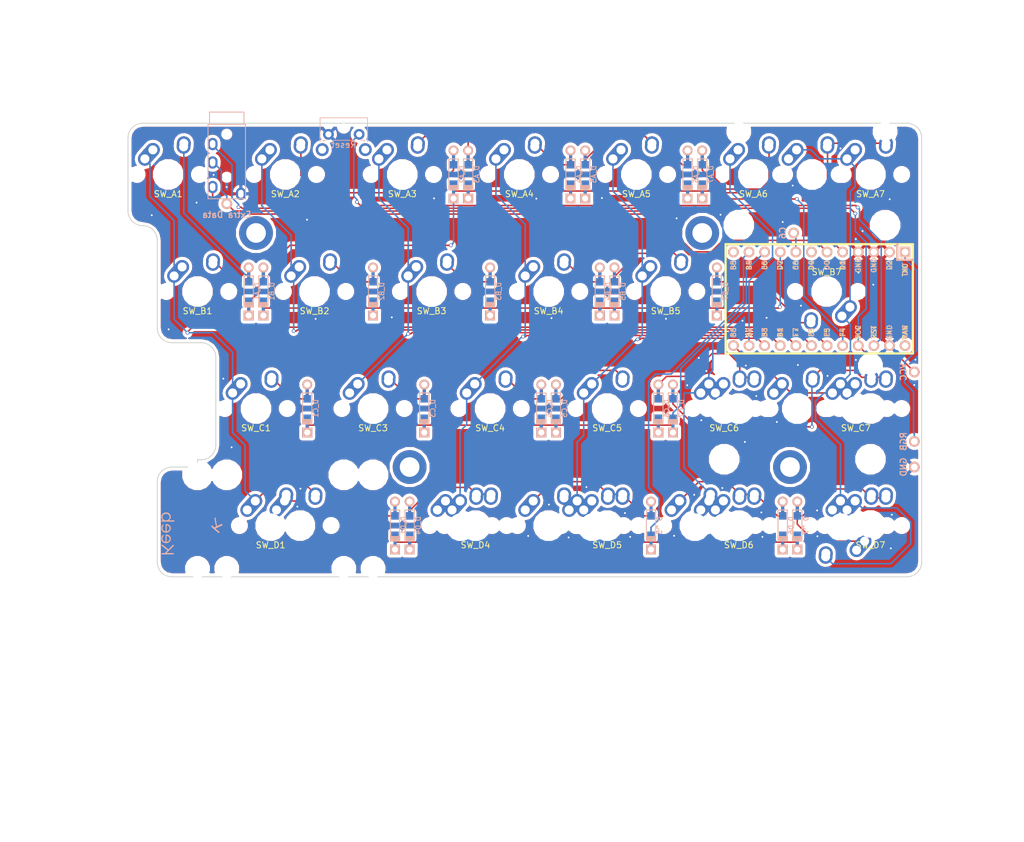
<source format=kicad_pcb>
(kicad_pcb (version 4) (host pcbnew 4.0.7)
  (layers (0 F.Cu signal) (31 B.Cu signal) (34 B.Paste user) (35 F.Paste user) (36 B.SilkS user) (37 F.SilkS user) (38 B.Mask user) (39 F.Mask user) (44 Edge.Cuts user))
  (net 0 "")
  (net 1 GND)
  (net 2 "Net-(D_A1-Pad2)")
  (net 3 "Net-(D_A2-Pad2)")
  (net 4 "Net-(D_A3-Pad2)")
  (net 5 "Net-(D_A4-Pad2)")
  (net 6 "Net-(D_A5-Pad2)")
  (net 7 "Net-(D_A6-Pad2)")
  (net 8 "Net-(D_B1-Pad2)")
  (net 9 "Net-(D_B2-Pad2)")
  (net 10 "Net-(D_B3-Pad2)")
  (net 11 "Net-(D_B4-Pad2)")
  (net 12 "Net-(D_B5-Pad2)")
  (net 13 "Net-(D_C1-Pad2)")
  (net 14 "Net-(D_C3-Pad2)")
  (net 15 "Net-(D_C4-Pad2)")
  (net 16 "Net-(D_C5-Pad2)")
  (net 17 "Net-(D_C6-Pad2)")
  (net 18 "Net-(D_D1-Pad2)")
  (net 19 "Net-(D_D5-Pad2)")
  (net 20 VCC)
  (net 21 RGB)
  (net 22 C6)
  (net 23 data)
  (net 24 data2)
  (net 25 reset)
  (net 26 "Net-(U1-Pad7)")
  (net 27 rowB)
  (net 28 rowC)
  (net 29 rowD)
  (net 30 col6)
  (net 31 col5)
  (net 32 col4)
  (net 33 col3)
  (net 34 col2)
  (net 35 col1)
  (net 36 rowA)
  (net 37 LED)
  (net 38 "Net-(U1-Pad24)")
  (net 39 "Net-(D_A7-Pad2)")
  (net 40 "Net-(D_B7-Pad2)")
  (net 41 "Net-(D_C7-Pad2)")
  (net 42 "Net-(D_D4-Pad2)")
  (net 43 "Net-(D_D6-Pad2)")
  (net 44 "Net-(D_D7-Pad2)")
  (net 45 col7)
  (module Keebio-Parts:VIA-0.6mm (layer F.Cu) (at 127.351563 64.45)
    (fp_text reference REF** hide)
    (fp_text value VIA-0.6mm hide)
    (pad 1 thru_hole circle (at 0 0) (size 0.6 0.6) (drill 0.3) (layers *.Cu) (net 1 GND))
  )
  (module Keebio-Parts:VIA-0.6mm (layer F.Cu) (at 129.051563 69.4)
    (fp_text reference REF** hide)
    (fp_text value VIA-0.6mm hide)
    (pad 1 thru_hole circle (at 0 0) (size 0.6 0.6) (drill 0.3) (layers *.Cu) (net 1 GND))
  )
  (module Keebio-Parts:VIA-0.6mm (layer F.Cu) (at 117.801563 67.65)
    (fp_text reference REF** hide)
    (fp_text value VIA-0.6mm hide)
    (pad 1 thru_hole circle (at 0 0) (size 0.6 0.6) (drill 0.3) (layers *.Cu) (net 1 GND))
  )
  (module Keebio-Parts:VIA-0.6mm (layer F.Cu) (at 119.701563 63.2)
    (fp_text reference REF** hide)
    (fp_text value VIA-0.6mm hide)
    (pad 1 thru_hole circle (at 0 0) (size 0.6 0.6) (drill 0.3) (layers *.Cu) (net 1 GND))
  )
  (module Keebio-Parts:VIA-0.6mm (layer F.Cu) (at 123.229791 39.885971)
    (fp_text reference REF** hide)
    (fp_text value VIA-0.6mm hide)
    (pad 1 thru_hole circle (at 0 0) (size 0.6 0.6) (drill 0.3) (layers *.Cu) (net 1 GND))
  )
  (module Keebio-Parts:VIA-0.6mm (layer F.Cu) (at 116.08605 40.481284)
    (fp_text reference REF** hide)
    (fp_text value VIA-0.6mm hide)
    (pad 1 thru_hole circle (at 0 0) (size 0.6 0.6) (drill 0.3) (layers *.Cu) (net 1 GND))
  )
  (module Mounting_Holes:MountingHole_3.2mm_M3_ISO14580_Pad (layer F.Cu) (at 120.253226 42.862536)
    (fp_text reference REF** hide)
    (fp_text value MountingHole_3.2mm_M3_ISO14580_Pad hide)
    (pad HOLE thru_hole circle (at 0 0) (size 5.5 5.5) (drill 3.2) (layers *.Cu *.Mask))
  )
  (module Mounting_Holes:MountingHole_3.2mm_M3_ISO14580_Pad (layer F.Cu) (at 47.62504 42.862536)
    (fp_text reference REF** hide)
    (fp_text value MountingHole_3.2mm_M3_ISO14580_Pad hide)
    (pad HOLE thru_hole circle (at 0 0) (size 5.5 5.5) (drill 3.2) (layers *.Cu *.Mask))
  )
  (module Mounting_Holes:MountingHole_3.2mm_M3_ISO14580_Pad (layer F.Cu) (at 72.628186 80.962568)
    (fp_text reference REF** hide)
    (fp_text value MountingHole_3.2mm_M3_ISO14580_Pad hide)
    (pad HOLE thru_hole circle (at 0 0) (size 5.5 5.5) (drill 3.2) (layers *.Cu *.Mask))
  )
  (module Keebio-Parts:VIA-0.6mm (layer F.Cu) (at 154.96 63.495)
    (fp_text reference REF** hide)
    (fp_text value VIA-0.6mm hide)
    (pad 1 thru_hole circle (at 0 0) (size 0.6 0.6) (drill 0.3) (layers *.Cu) (net 1 GND))
  )
  (module Keebio-Parts:VIA-0.6mm (layer F.Cu) (at 145.26 63.525)
    (fp_text reference REF** hide)
    (fp_text value VIA-0.6mm hide)
    (pad 1 thru_hole circle (at 0 0) (size 0.6 0.6) (drill 0.3) (layers *.Cu) (net 1 GND))
  )
  (module Keebio-Parts:VIA-0.6mm (layer F.Cu) (at 40.72 33.4)
    (fp_text reference REF** hide)
    (fp_text value VIA-0.6mm hide)
    (pad 1 thru_hole circle (at 0 0) (size 0.6 0.6) (drill 0.3) (layers *.Cu) (net 1 GND))
  )
  (module Keebio-Parts:VIA-0.6mm (layer F.Cu) (at 142.75 29.1)
    (fp_text reference REF** hide)
    (fp_text value VIA-0.6mm hide)
    (pad 1 thru_hole circle (at 0 0) (size 0.6 0.6) (drill 0.3) (layers *.Cu) (net 1 GND))
  )
  (module Keebio-Parts:VIA-0.6mm (layer F.Cu) (at 42.85 35.38)
    (fp_text reference REF** hide)
    (fp_text value VIA-0.6mm hide)
    (pad 1 thru_hole circle (at 0 0) (size 0.6 0.6) (drill 0.3) (layers *.Cu) (net 1 GND))
  )
  (module Keebio-Parts:VIA-0.6mm (layer F.Cu) (at 154.775 67.6)
    (fp_text reference REF** hide)
    (fp_text value VIA-0.6mm hide)
    (pad 1 thru_hole circle (at 0 0) (size 0.6 0.6) (drill 0.3) (layers *.Cu) (net 1 GND))
  )
  (module Keebio-Parts:VIA-0.6mm (layer F.Cu) (at 145.25 43.85)
    (fp_text reference REF** hide)
    (fp_text value VIA-0.6mm hide)
    (pad 1 thru_hole circle (at 0 0) (size 0.6 0.6) (drill 0.3) (layers *.Cu) (net 1 GND))
  )
  (module Keebio-Parts:VIA-0.6mm (layer F.Cu) (at 146.35 42.55)
    (fp_text reference REF** hide)
    (fp_text value VIA-0.6mm hide)
    (pad 1 thru_hole circle (at 0 0) (size 0.6 0.6) (drill 0.3) (layers *.Cu) (net 1 GND))
  )
  (module Keebio-Parts:VIA-0.6mm (layer F.Cu) (at 134.975 35.15)
    (fp_text reference REF** hide)
    (fp_text value VIA-0.6mm hide)
    (pad 1 thru_hole circle (at 0 0) (size 0.6 0.6) (drill 0.3) (layers *.Cu) (net 1 GND))
  )
  (module Keebio-Parts:VIA-0.6mm (layer F.Cu) (at 133.350112 41.076597)
    (fp_text reference REF** hide)
    (fp_text value VIA-0.6mm hide)
    (pad 1 thru_hole circle (at 0 0) (size 0.6 0.6) (drill 0.3) (layers *.Cu) (net 1 GND))
  )
  (module Keebio-Parts:VIA-0.6mm (layer F.Cu) (at 114.35 56.825)
    (fp_text reference REF** hide)
    (fp_text value VIA-0.6mm hide)
    (pad 1 thru_hole circle (at 0 0) (size 0.6 0.6) (drill 0.3) (layers *.Cu) (net 1 GND))
  )
  (module Keebio-Parts:VIA-0.6mm (layer F.Cu) (at 95.725 56.725)
    (fp_text reference REF** hide)
    (fp_text value VIA-0.6mm hide)
    (pad 1 thru_hole circle (at 0 0) (size 0.6 0.6) (drill 0.3) (layers *.Cu) (net 1 GND))
  )
  (module Keebio-Parts:VIA-0.6mm (layer F.Cu) (at 103.925 37.175)
    (fp_text reference REF** hide)
    (fp_text value VIA-0.6mm hide)
    (pad 1 thru_hole circle (at 0 0) (size 0.6 0.6) (drill 0.3) (layers *.Cu) (net 1 GND))
  )
  (module Keebio-Parts:VIA-0.6mm (layer F.Cu) (at 93.25 37.275)
    (fp_text reference REF** hide)
    (fp_text value VIA-0.6mm hide)
    (pad 1 thru_hole circle (at 0 0) (size 0.6 0.6) (drill 0.3) (layers *.Cu) (net 1 GND))
  )
  (module Keebio-Parts:VIA-0.6mm (layer F.Cu) (at 76.6 37.225)
    (fp_text reference REF** hide)
    (fp_text value VIA-0.6mm hide)
    (pad 1 thru_hole circle (at 0 0) (size 0.6 0.6) (drill 0.3) (layers *.Cu) (net 1 GND))
  )
  (module Keebio-Parts:VIA-0.6mm (layer F.Cu) (at 55.925 40.7)
    (fp_text reference REF** hide)
    (fp_text value VIA-0.6mm hide)
    (pad 1 thru_hole circle (at 0 0) (size 0.6 0.6) (drill 0.3) (layers *.Cu) (net 1 GND))
  )
  (module Keebio-Parts:VIA-0.6mm (layer F.Cu) (at 69.725 56.6)
    (fp_text reference REF** hide)
    (fp_text value VIA-0.6mm hide)
    (pad 1 thru_hole circle (at 0 0) (size 0.6 0.6) (drill 0.3) (layers *.Cu) (net 1 GND))
  )
  (module Keebio-Parts:VIA-0.6mm (layer F.Cu) (at 57.325 56.85)
    (fp_text reference REF** hide)
    (fp_text value VIA-0.6mm hide)
    (pad 1 thru_hole circle (at 0 0) (size 0.6 0.6) (drill 0.3) (layers *.Cu) (net 1 GND))
  )
  (module Keebio-Parts:VIA-0.6mm (layer F.Cu) (at 37.95 37.925)
    (fp_text reference REF** hide)
    (fp_text value VIA-0.6mm hide)
    (pad 1 thru_hole circle (at 0 0) (size 0.6 0.6) (drill 0.3) (layers *.Cu) (net 1 GND))
  )
  (module Keebio-Parts:VIA-0.6mm (layer F.Cu) (at 30.65 39.975)
    (fp_text reference REF** hide)
    (fp_text value VIA-0.6mm hide)
    (pad 1 thru_hole circle (at 0 0) (size 0.6 0.6) (drill 0.3) (layers *.Cu) (net 1 GND))
  )
  (module Keebio-Parts:VIA-0.6mm (layer F.Cu) (at 33.4 58.55)
    (fp_text reference REF** hide)
    (fp_text value VIA-0.6mm hide)
    (pad 1 thru_hole circle (at 0 0) (size 0.6 0.6) (drill 0.3) (layers *.Cu) (net 1 GND))
  )
  (module Keebio-Parts:VIA-0.6mm (layer F.Cu) (at 42.3 66.575)
    (fp_text reference REF** hide)
    (fp_text value VIA-0.6mm hide)
    (pad 1 thru_hole circle (at 0 0) (size 0.6 0.6) (drill 0.3) (layers *.Cu) (net 1 GND))
  )
  (module Keebio-Parts:VIA-0.6mm (layer F.Cu) (at 43.65 77.75)
    (fp_text reference REF** hide)
    (fp_text value VIA-0.6mm hide)
    (pad 1 thru_hole circle (at 0 0) (size 0.6 0.6) (drill 0.3) (layers *.Cu) (net 1 GND))
  )
  (module Keebio-Parts:VIA-0.6mm (layer F.Cu) (at 54.35 87.4)
    (fp_text reference REF** hide)
    (fp_text value VIA-0.6mm hide)
    (pad 1 thru_hole circle (at 0 0) (size 0.6 0.6) (drill 0.3) (layers *.Cu) (net 1 GND))
  )
  (module Keebio-Parts:VIA-0.6mm (layer F.Cu) (at 54.85 84.475)
    (fp_text reference REF** hide)
    (fp_text value VIA-0.6mm hide)
    (pad 1 thru_hole circle (at 0 0) (size 0.6 0.6) (drill 0.3) (layers *.Cu) (net 1 GND))
  )
  (module Keebio-Parts:VIA-0.6mm (layer F.Cu) (at 101.4 84.225)
    (fp_text reference REF** hide)
    (fp_text value VIA-0.6mm hide)
    (pad 1 thru_hole circle (at 0 0) (size 0.6 0.6) (drill 0.3) (layers *.Cu) (net 1 GND))
  )
  (module Keebio-Parts:VIA-0.6mm (layer F.Cu) (at 91.925 92.175)
    (fp_text reference REF** hide)
    (fp_text value VIA-0.6mm hide)
    (pad 1 thru_hole circle (at 0 0) (size 0.6 0.6) (drill 0.3) (layers *.Cu) (net 1 GND))
  )
  (module Keebio-Parts:VIA-0.6mm (layer F.Cu) (at 95.3 87.075)
    (fp_text reference REF** hide)
    (fp_text value VIA-0.6mm hide)
    (pad 1 thru_hole circle (at 0 0) (size 0.6 0.6) (drill 0.3) (layers *.Cu) (net 1 GND))
  )
  (module Keebio-Parts:VIA-0.6mm (layer F.Cu) (at 107.675 88.45)
    (fp_text reference REF** hide)
    (fp_text value VIA-0.6mm hide)
    (pad 1 thru_hole circle (at 0 0) (size 0.6 0.6) (drill 0.3) (layers *.Cu) (net 1 GND))
  )
  (module Keebio-Parts:VIA-0.6mm (layer F.Cu) (at 98.5 92.425)
    (fp_text reference REF** hide)
    (fp_text value VIA-0.6mm hide)
    (pad 1 thru_hole circle (at 0 0) (size 0.6 0.6) (drill 0.3) (layers *.Cu) (net 1 GND))
  )
  (module Keebio-Parts:VIA-0.6mm (layer F.Cu) (at 108.525 92.325)
    (fp_text reference REF** hide)
    (fp_text value VIA-0.6mm hide)
    (pad 1 thru_hole circle (at 0 0) (size 0.6 0.6) (drill 0.3) (layers *.Cu) (net 1 GND))
  )
  (module Keebio-Parts:VIA-0.6mm (layer F.Cu) (at 123.525 84.375)
    (fp_text reference REF** hide)
    (fp_text value VIA-0.6mm hide)
    (pad 1 thru_hole circle (at 0 0) (size 0.6 0.6) (drill 0.3) (layers *.Cu) (net 1 GND))
  )
  (module Keebio-Parts:VIA-0.6mm (layer F.Cu) (at 118.95 85.475)
    (fp_text reference REF** hide)
    (fp_text value VIA-0.6mm hide)
    (pad 1 thru_hole circle (at 0 0) (size 0.6 0.6) (drill 0.3) (layers *.Cu) (net 1 GND))
  )
  (module Keebio-Parts:VIA-0.6mm (layer F.Cu) (at 115.675 92.15)
    (fp_text reference REF** hide)
    (fp_text value VIA-0.6mm hide)
    (pad 1 thru_hole circle (at 0 0) (size 0.6 0.6) (drill 0.3) (layers *.Cu) (net 1 GND))
  )
  (module Keebio-Parts:VIA-0.6mm (layer F.Cu) (at 130.05 92.325)
    (fp_text reference REF** hide)
    (fp_text value VIA-0.6mm hide)
    (pad 1 thru_hole circle (at 0 0) (size 0.6 0.6) (drill 0.3) (layers *.Cu) (net 1 GND))
  )
  (module Keebio-Parts:VIA-0.6mm (layer F.Cu) (at 129.875 88.35)
    (fp_text reference REF** hide)
    (fp_text value VIA-0.6mm hide)
    (pad 1 thru_hole circle (at 0 0) (size 0.6 0.6) (drill 0.3) (layers *.Cu) (net 1 GND))
  )
  (module Keebio-Parts:VIA-0.6mm (layer F.Cu) (at 138.95 88.025)
    (fp_text reference REF** hide)
    (fp_text value VIA-0.6mm hide)
    (pad 1 thru_hole circle (at 0 0) (size 0.6 0.6) (drill 0.3) (layers *.Cu) (net 1 GND))
  )
  (module Keebio-Parts:VIA-0.6mm (layer F.Cu) (at 139 92.225)
    (fp_text reference REF** hide)
    (fp_text value VIA-0.6mm hide)
    (pad 1 thru_hole circle (at 0 0) (size 0.6 0.6) (drill 0.3) (layers *.Cu) (net 1 GND))
  )
  (module Keebio-Parts:VIA-0.6mm (layer F.Cu) (at 151.125 88.725)
    (fp_text reference REF** hide)
    (fp_text value VIA-0.6mm hide)
    (pad 1 thru_hole circle (at 0 0) (size 0.6 0.6) (drill 0.3) (layers *.Cu) (net 1 GND))
  )
  (module Keebio-Parts:VIA-0.6mm (layer F.Cu) (at 150.95 94.2)
    (fp_text reference REF** hide)
    (fp_text value VIA-0.6mm hide)
    (pad 1 thru_hole circle (at 0 0) (size 0.6 0.6) (drill 0.3) (layers *.Cu) (net 1 GND))
  )
  (module Keebio-Parts:VIA-0.6mm (layer F.Cu) (at 140.65 66.125)
    (fp_text reference REF** hide)
    (fp_text value VIA-0.6mm hide)
    (pad 1 thru_hole circle (at 0 0) (size 0.6 0.6) (drill 0.3) (layers *.Cu) (net 1 GND))
  )
  (module Keebio-Parts:VIA-0.6mm (layer F.Cu) (at 135.825 64.35)
    (fp_text reference REF** hide)
    (fp_text value VIA-0.6mm hide)
    (pad 1 thru_hole circle (at 0 0) (size 0.6 0.6) (drill 0.3) (layers *.Cu) (net 1 GND))
  )
  (module Keebio-Parts:VIA-0.6mm (layer F.Cu) (at 132.4 73.625)
    (fp_text reference REF** hide)
    (fp_text value VIA-0.6mm hide)
    (pad 1 thru_hole circle (at 0 0) (size 0.6 0.6) (drill 0.3) (layers *.Cu) (net 1 GND))
  )
  (module Keebio-Parts:VIA-0.6mm (layer F.Cu) (at 120.1 73.35)
    (fp_text reference REF** hide)
    (fp_text value VIA-0.6mm hide)
    (pad 1 thru_hole circle (at 0 0) (size 0.6 0.6) (drill 0.3) (layers *.Cu) (net 1 GND))
  )
  (module Keebio-Parts:VIA-0.6mm (layer F.Cu) (at 127.2 76.875)
    (fp_text reference REF** hide)
    (fp_text value VIA-0.6mm hide)
    (pad 1 thru_hole circle (at 0 0) (size 0.6 0.6) (drill 0.3) (layers *.Cu) (net 1 GND))
  )
  (module Keebio-Parts:VIA-0.6mm (layer F.Cu) (at 120.925 65.325)
    (fp_text reference REF** hide)
    (fp_text value VIA-0.6mm hide)
    (pad 1 thru_hole circle (at 0 0) (size 0.6 0.6) (drill 0.3) (layers *.Cu) (net 1 GND))
  )
  (module Keebio-Parts:VIA-0.6mm (layer F.Cu) (at 126.801563 57.15)
    (fp_text reference REF** hide)
    (fp_text value VIA-0.6mm hide)
    (pad 1 thru_hole circle (at 0 0) (size 0.6 0.6) (drill 0.3) (layers *.Cu) (net 1 GND))
  )
  (module Keebio-Parts:VIA-0.6mm (layer F.Cu) (at 130.725 56.675)
    (fp_text reference REF** hide)
    (fp_text value VIA-0.6mm hide)
    (pad 1 thru_hole circle (at 0 0) (size 0.6 0.6) (drill 0.3) (layers *.Cu) (net 1 GND))
  )
  (module Keebio-Parts:VIA-0.6mm (layer F.Cu) (at 136.325 54.7)
    (fp_text reference REF** hide)
    (fp_text value VIA-0.6mm hide)
    (pad 1 thru_hole circle (at 0 0) (size 0.6 0.6) (drill 0.3) (layers *.Cu) (net 1 GND))
  )
  (module Keebio-Parts:VIA-0.6mm (layer F.Cu) (at 140.375 48.675)
    (fp_text reference REF** hide)
    (fp_text value VIA-0.6mm hide)
    (pad 1 thru_hole circle (at 0 0) (size 0.6 0.6) (drill 0.3) (layers *.Cu) (net 1 GND))
  )
  (module Keebio-Parts:VIA-0.6mm (layer F.Cu) (at 145.7 49.325)
    (fp_text reference REF** hide)
    (fp_text value VIA-0.6mm hide)
    (pad 1 thru_hole circle (at 0 0) (size 0.6 0.6) (drill 0.3) (layers *.Cu) (net 1 GND))
  )
  (module Keebio-Parts:VIA-0.6mm (layer F.Cu) (at 148.1 51.275)
    (fp_text reference REF** hide)
    (fp_text value VIA-0.6mm hide)
    (pad 1 thru_hole circle (at 0 0) (size 0.6 0.6) (drill 0.3) (layers *.Cu) (net 1 GND))
  )
  (module Keebio-Parts:Diode-dual (layer B.Cu) (at 46.434414 52.387544 270)
    (fp_text reference D_A1 (at -0.0254 -1.4 270) (layer B.SilkS) (effects (font (size 0.8 0.8)) (justify mirror)))
    (fp_text value D hide)
    (pad 2 smd rect (at -2.7 0 270) (size 2.5 0.5) (layers F.Cu) (net 2 "Net-(D_A1-Pad2)"))
    (pad 2 smd rect (at -1.575 0 270) (size 1.2 1.2) (layers F.Cu F.Paste F.Mask) (net 2 "Net-(D_A1-Pad2)"))
    (pad 1 smd rect (at 1.575 0 270) (size 1.2 1.2) (layers F.Cu F.Paste F.Mask) (net 36 rowA))
    (pad 1 smd rect (at 2.7 0 270) (size 2.5 0.5) (layers F.Cu) (net 36 rowA))
    (pad 1 smd rect (at 1.575 0 270) (size 1.2 1.2) (layers B.Cu B.Paste B.Mask) (net 36 rowA))
    (pad 2 smd rect (at -1.575 0 270) (size 1.2 1.2) (layers B.Cu B.Paste B.Mask) (net 2 "Net-(D_A1-Pad2)"))
    (pad 2 thru_hole circle (at -3.9 0 270) (size 1.6 1.6) (drill 1) (layers *.Cu *.Mask B.SilkS) (net 2 "Net-(D_A1-Pad2)"))
    (pad 1 thru_hole rect (at 3.9 0 270) (size 1.6 1.6) (drill 1) (layers *.Cu *.Mask B.SilkS) (net 36 rowA))
    (pad 2 smd rect (at -2.7 0 270) (size 2.5 0.5) (layers B.Cu) (net 2 "Net-(D_A1-Pad2)"))
    (pad 1 smd rect (at 2.7 0 270) (size 2.5 0.5) (layers B.Cu) (net 36 rowA))
  )
  (module Keebio-Parts:Diode-dual (layer B.Cu) (at 79.771942 33.337528 270)
    (fp_text reference D_A2 (at -0.0254 -1.4 270) (layer B.SilkS) (effects (font (size 0.8 0.8)) (justify mirror)))
    (fp_text value D hide)
    (pad 2 smd rect (at -2.7 0 270) (size 2.5 0.5) (layers F.Cu) (net 3 "Net-(D_A2-Pad2)"))
    (pad 2 smd rect (at -1.575 0 270) (size 1.2 1.2) (layers F.Cu F.Paste F.Mask) (net 3 "Net-(D_A2-Pad2)"))
    (pad 1 smd rect (at 1.575 0 270) (size 1.2 1.2) (layers F.Cu F.Paste F.Mask) (net 36 rowA))
    (pad 1 smd rect (at 2.7 0 270) (size 2.5 0.5) (layers F.Cu) (net 36 rowA))
    (pad 1 smd rect (at 1.575 0 270) (size 1.2 1.2) (layers B.Cu B.Paste B.Mask) (net 36 rowA))
    (pad 2 smd rect (at -1.575 0 270) (size 1.2 1.2) (layers B.Cu B.Paste B.Mask) (net 3 "Net-(D_A2-Pad2)"))
    (pad 2 thru_hole circle (at -3.9 0 270) (size 1.6 1.6) (drill 1) (layers *.Cu *.Mask B.SilkS) (net 3 "Net-(D_A2-Pad2)"))
    (pad 1 thru_hole rect (at 3.9 0 270) (size 1.6 1.6) (drill 1) (layers *.Cu *.Mask B.SilkS) (net 36 rowA))
    (pad 2 smd rect (at -2.7 0 270) (size 2.5 0.5) (layers B.Cu) (net 3 "Net-(D_A2-Pad2)"))
    (pad 1 smd rect (at 2.7 0 270) (size 2.5 0.5) (layers B.Cu) (net 36 rowA))
  )
  (module Keebio-Parts:Diode-dual (layer B.Cu) (at 82.153194 33.337528 270)
    (fp_text reference D_A3 (at -0.0254 -1.4 270) (layer B.SilkS) (effects (font (size 0.8 0.8)) (justify mirror)))
    (fp_text value D hide)
    (pad 2 smd rect (at -2.7 0 270) (size 2.5 0.5) (layers F.Cu) (net 4 "Net-(D_A3-Pad2)"))
    (pad 2 smd rect (at -1.575 0 270) (size 1.2 1.2) (layers F.Cu F.Paste F.Mask) (net 4 "Net-(D_A3-Pad2)"))
    (pad 1 smd rect (at 1.575 0 270) (size 1.2 1.2) (layers F.Cu F.Paste F.Mask) (net 36 rowA))
    (pad 1 smd rect (at 2.7 0 270) (size 2.5 0.5) (layers F.Cu) (net 36 rowA))
    (pad 1 smd rect (at 1.575 0 270) (size 1.2 1.2) (layers B.Cu B.Paste B.Mask) (net 36 rowA))
    (pad 2 smd rect (at -1.575 0 270) (size 1.2 1.2) (layers B.Cu B.Paste B.Mask) (net 4 "Net-(D_A3-Pad2)"))
    (pad 2 thru_hole circle (at -3.9 0 270) (size 1.6 1.6) (drill 1) (layers *.Cu *.Mask B.SilkS) (net 4 "Net-(D_A3-Pad2)"))
    (pad 1 thru_hole rect (at 3.9 0 270) (size 1.6 1.6) (drill 1) (layers *.Cu *.Mask B.SilkS) (net 36 rowA))
    (pad 2 smd rect (at -2.7 0 270) (size 2.5 0.5) (layers B.Cu) (net 4 "Net-(D_A3-Pad2)"))
    (pad 1 smd rect (at 2.7 0 270) (size 2.5 0.5) (layers B.Cu) (net 36 rowA))
  )
  (module Keebio-Parts:Diode-dual (layer B.Cu) (at 98.821958 33.337528 270)
    (fp_text reference D_A4 (at -0.0254 -1.4 270) (layer B.SilkS) (effects (font (size 0.8 0.8)) (justify mirror)))
    (fp_text value D hide)
    (pad 2 smd rect (at -2.7 0 270) (size 2.5 0.5) (layers F.Cu) (net 5 "Net-(D_A4-Pad2)"))
    (pad 2 smd rect (at -1.575 0 270) (size 1.2 1.2) (layers F.Cu F.Paste F.Mask) (net 5 "Net-(D_A4-Pad2)"))
    (pad 1 smd rect (at 1.575 0 270) (size 1.2 1.2) (layers F.Cu F.Paste F.Mask) (net 36 rowA))
    (pad 1 smd rect (at 2.7 0 270) (size 2.5 0.5) (layers F.Cu) (net 36 rowA))
    (pad 1 smd rect (at 1.575 0 270) (size 1.2 1.2) (layers B.Cu B.Paste B.Mask) (net 36 rowA))
    (pad 2 smd rect (at -1.575 0 270) (size 1.2 1.2) (layers B.Cu B.Paste B.Mask) (net 5 "Net-(D_A4-Pad2)"))
    (pad 2 thru_hole circle (at -3.9 0 270) (size 1.6 1.6) (drill 1) (layers *.Cu *.Mask B.SilkS) (net 5 "Net-(D_A4-Pad2)"))
    (pad 1 thru_hole rect (at 3.9 0 270) (size 1.6 1.6) (drill 1) (layers *.Cu *.Mask B.SilkS) (net 36 rowA))
    (pad 2 smd rect (at -2.7 0 270) (size 2.5 0.5) (layers B.Cu) (net 5 "Net-(D_A4-Pad2)"))
    (pad 1 smd rect (at 2.7 0 270) (size 2.5 0.5) (layers B.Cu) (net 36 rowA))
  )
  (module Keebio-Parts:Diode-dual (layer B.Cu) (at 101.20321 33.337528 270)
    (fp_text reference D_A5 (at -0.0254 -1.4 270) (layer B.SilkS) (effects (font (size 0.8 0.8)) (justify mirror)))
    (fp_text value D hide)
    (pad 2 smd rect (at -2.7 0 270) (size 2.5 0.5) (layers F.Cu) (net 6 "Net-(D_A5-Pad2)"))
    (pad 2 smd rect (at -1.575 0 270) (size 1.2 1.2) (layers F.Cu F.Paste F.Mask) (net 6 "Net-(D_A5-Pad2)"))
    (pad 1 smd rect (at 1.575 0 270) (size 1.2 1.2) (layers F.Cu F.Paste F.Mask) (net 36 rowA))
    (pad 1 smd rect (at 2.7 0 270) (size 2.5 0.5) (layers F.Cu) (net 36 rowA))
    (pad 1 smd rect (at 1.575 0 270) (size 1.2 1.2) (layers B.Cu B.Paste B.Mask) (net 36 rowA))
    (pad 2 smd rect (at -1.575 0 270) (size 1.2 1.2) (layers B.Cu B.Paste B.Mask) (net 6 "Net-(D_A5-Pad2)"))
    (pad 2 thru_hole circle (at -3.9 0 270) (size 1.6 1.6) (drill 1) (layers *.Cu *.Mask B.SilkS) (net 6 "Net-(D_A5-Pad2)"))
    (pad 1 thru_hole rect (at 3.9 0 270) (size 1.6 1.6) (drill 1) (layers *.Cu *.Mask B.SilkS) (net 36 rowA))
    (pad 2 smd rect (at -2.7 0 270) (size 2.5 0.5) (layers B.Cu) (net 6 "Net-(D_A5-Pad2)"))
    (pad 1 smd rect (at 2.7 0 270) (size 2.5 0.5) (layers B.Cu) (net 36 rowA))
  )
  (module Keebio-Parts:Diode-dual (layer B.Cu) (at 117.871974 33.337528 270)
    (fp_text reference D_A6 (at -0.0254 -1.4 270) (layer B.SilkS) (effects (font (size 0.8 0.8)) (justify mirror)))
    (fp_text value D hide)
    (pad 2 smd rect (at -2.7 0 270) (size 2.5 0.5) (layers F.Cu) (net 7 "Net-(D_A6-Pad2)"))
    (pad 2 smd rect (at -1.575 0 270) (size 1.2 1.2) (layers F.Cu F.Paste F.Mask) (net 7 "Net-(D_A6-Pad2)"))
    (pad 1 smd rect (at 1.575 0 270) (size 1.2 1.2) (layers F.Cu F.Paste F.Mask) (net 36 rowA))
    (pad 1 smd rect (at 2.7 0 270) (size 2.5 0.5) (layers F.Cu) (net 36 rowA))
    (pad 1 smd rect (at 1.575 0 270) (size 1.2 1.2) (layers B.Cu B.Paste B.Mask) (net 36 rowA))
    (pad 2 smd rect (at -1.575 0 270) (size 1.2 1.2) (layers B.Cu B.Paste B.Mask) (net 7 "Net-(D_A6-Pad2)"))
    (pad 2 thru_hole circle (at -3.9 0 270) (size 1.6 1.6) (drill 1) (layers *.Cu *.Mask B.SilkS) (net 7 "Net-(D_A6-Pad2)"))
    (pad 1 thru_hole rect (at 3.9 0 270) (size 1.6 1.6) (drill 1) (layers *.Cu *.Mask B.SilkS) (net 36 rowA))
    (pad 2 smd rect (at -2.7 0 270) (size 2.5 0.5) (layers B.Cu) (net 7 "Net-(D_A6-Pad2)"))
    (pad 1 smd rect (at 2.7 0 270) (size 2.5 0.5) (layers B.Cu) (net 36 rowA))
  )
  (module Keebio-Parts:Diode-dual (layer B.Cu) (at 120.253226 33.337528 270)
    (fp_text reference D_A7 (at -0.0254 -1.4 270) (layer B.SilkS) (effects (font (size 0.8 0.8)) (justify mirror)))
    (fp_text value D hide)
    (pad 2 smd rect (at -2.7 0 270) (size 2.5 0.5) (layers F.Cu) (net 39 "Net-(D_A7-Pad2)"))
    (pad 2 smd rect (at -1.575 0 270) (size 1.2 1.2) (layers F.Cu F.Paste F.Mask) (net 39 "Net-(D_A7-Pad2)"))
    (pad 1 smd rect (at 1.575 0 270) (size 1.2 1.2) (layers F.Cu F.Paste F.Mask) (net 36 rowA))
    (pad 1 smd rect (at 2.7 0 270) (size 2.5 0.5) (layers F.Cu) (net 36 rowA))
    (pad 1 smd rect (at 1.575 0 270) (size 1.2 1.2) (layers B.Cu B.Paste B.Mask) (net 36 rowA))
    (pad 2 smd rect (at -1.575 0 270) (size 1.2 1.2) (layers B.Cu B.Paste B.Mask) (net 39 "Net-(D_A7-Pad2)"))
    (pad 2 thru_hole circle (at -3.9 0 270) (size 1.6 1.6) (drill 1) (layers *.Cu *.Mask B.SilkS) (net 39 "Net-(D_A7-Pad2)"))
    (pad 1 thru_hole rect (at 3.9 0 270) (size 1.6 1.6) (drill 1) (layers *.Cu *.Mask B.SilkS) (net 36 rowA))
    (pad 2 smd rect (at -2.7 0 270) (size 2.5 0.5) (layers B.Cu) (net 39 "Net-(D_A7-Pad2)"))
    (pad 1 smd rect (at 2.7 0 270) (size 2.5 0.5) (layers B.Cu) (net 36 rowA))
  )
  (module Keebio-Parts:Diode-dual (layer B.Cu) (at 48.815666 52.387544 270)
    (fp_text reference D_B1 (at -0.0254 -1.4 270) (layer B.SilkS) (effects (font (size 0.8 0.8)) (justify mirror)))
    (fp_text value D hide)
    (pad 2 smd rect (at -2.7 0 270) (size 2.5 0.5) (layers F.Cu) (net 8 "Net-(D_B1-Pad2)"))
    (pad 2 smd rect (at -1.575 0 270) (size 1.2 1.2) (layers F.Cu F.Paste F.Mask) (net 8 "Net-(D_B1-Pad2)"))
    (pad 1 smd rect (at 1.575 0 270) (size 1.2 1.2) (layers F.Cu F.Paste F.Mask) (net 27 rowB))
    (pad 1 smd rect (at 2.7 0 270) (size 2.5 0.5) (layers F.Cu) (net 27 rowB))
    (pad 1 smd rect (at 1.575 0 270) (size 1.2 1.2) (layers B.Cu B.Paste B.Mask) (net 27 rowB))
    (pad 2 smd rect (at -1.575 0 270) (size 1.2 1.2) (layers B.Cu B.Paste B.Mask) (net 8 "Net-(D_B1-Pad2)"))
    (pad 2 thru_hole circle (at -3.9 0 270) (size 1.6 1.6) (drill 1) (layers *.Cu *.Mask B.SilkS) (net 8 "Net-(D_B1-Pad2)"))
    (pad 1 thru_hole rect (at 3.9 0 270) (size 1.6 1.6) (drill 1) (layers *.Cu *.Mask B.SilkS) (net 27 rowB))
    (pad 2 smd rect (at -2.7 0 270) (size 2.5 0.5) (layers B.Cu) (net 8 "Net-(D_B1-Pad2)"))
    (pad 1 smd rect (at 2.7 0 270) (size 2.5 0.5) (layers B.Cu) (net 27 rowB))
  )
  (module Keebio-Parts:Diode-dual (layer B.Cu) (at 66.675056 52.387544 270)
    (fp_text reference D_B2 (at -0.0254 -1.4 270) (layer B.SilkS) (effects (font (size 0.8 0.8)) (justify mirror)))
    (fp_text value D hide)
    (pad 2 smd rect (at -2.7 0 270) (size 2.5 0.5) (layers F.Cu) (net 9 "Net-(D_B2-Pad2)"))
    (pad 2 smd rect (at -1.575 0 270) (size 1.2 1.2) (layers F.Cu F.Paste F.Mask) (net 9 "Net-(D_B2-Pad2)"))
    (pad 1 smd rect (at 1.575 0 270) (size 1.2 1.2) (layers F.Cu F.Paste F.Mask) (net 27 rowB))
    (pad 1 smd rect (at 2.7 0 270) (size 2.5 0.5) (layers F.Cu) (net 27 rowB))
    (pad 1 smd rect (at 1.575 0 270) (size 1.2 1.2) (layers B.Cu B.Paste B.Mask) (net 27 rowB))
    (pad 2 smd rect (at -1.575 0 270) (size 1.2 1.2) (layers B.Cu B.Paste B.Mask) (net 9 "Net-(D_B2-Pad2)"))
    (pad 2 thru_hole circle (at -3.9 0 270) (size 1.6 1.6) (drill 1) (layers *.Cu *.Mask B.SilkS) (net 9 "Net-(D_B2-Pad2)"))
    (pad 1 thru_hole rect (at 3.9 0 270) (size 1.6 1.6) (drill 1) (layers *.Cu *.Mask B.SilkS) (net 27 rowB))
    (pad 2 smd rect (at -2.7 0 270) (size 2.5 0.5) (layers B.Cu) (net 9 "Net-(D_B2-Pad2)"))
    (pad 1 smd rect (at 2.7 0 270) (size 2.5 0.5) (layers B.Cu) (net 27 rowB))
  )
  (module Keebio-Parts:Diode-dual (layer B.Cu) (at 85.725072 52.387544 270)
    (fp_text reference D_B3 (at -0.0254 -1.4 270) (layer B.SilkS) (effects (font (size 0.8 0.8)) (justify mirror)))
    (fp_text value D hide)
    (pad 2 smd rect (at -2.7 0 270) (size 2.5 0.5) (layers F.Cu) (net 10 "Net-(D_B3-Pad2)"))
    (pad 2 smd rect (at -1.575 0 270) (size 1.2 1.2) (layers F.Cu F.Paste F.Mask) (net 10 "Net-(D_B3-Pad2)"))
    (pad 1 smd rect (at 1.575 0 270) (size 1.2 1.2) (layers F.Cu F.Paste F.Mask) (net 27 rowB))
    (pad 1 smd rect (at 2.7 0 270) (size 2.5 0.5) (layers F.Cu) (net 27 rowB))
    (pad 1 smd rect (at 1.575 0 270) (size 1.2 1.2) (layers B.Cu B.Paste B.Mask) (net 27 rowB))
    (pad 2 smd rect (at -1.575 0 270) (size 1.2 1.2) (layers B.Cu B.Paste B.Mask) (net 10 "Net-(D_B3-Pad2)"))
    (pad 2 thru_hole circle (at -3.9 0 270) (size 1.6 1.6) (drill 1) (layers *.Cu *.Mask B.SilkS) (net 10 "Net-(D_B3-Pad2)"))
    (pad 1 thru_hole rect (at 3.9 0 270) (size 1.6 1.6) (drill 1) (layers *.Cu *.Mask B.SilkS) (net 27 rowB))
    (pad 2 smd rect (at -2.7 0 270) (size 2.5 0.5) (layers B.Cu) (net 10 "Net-(D_B3-Pad2)"))
    (pad 1 smd rect (at 2.7 0 270) (size 2.5 0.5) (layers B.Cu) (net 27 rowB))
  )
  (module Keebio-Parts:Diode-dual (layer B.Cu) (at 103.584462 52.387544 270)
    (fp_text reference D_B4 (at -0.0254 -1.4 270) (layer B.SilkS) (effects (font (size 0.8 0.8)) (justify mirror)))
    (fp_text value D hide)
    (pad 2 smd rect (at -2.7 0 270) (size 2.5 0.5) (layers F.Cu) (net 11 "Net-(D_B4-Pad2)"))
    (pad 2 smd rect (at -1.575 0 270) (size 1.2 1.2) (layers F.Cu F.Paste F.Mask) (net 11 "Net-(D_B4-Pad2)"))
    (pad 1 smd rect (at 1.575 0 270) (size 1.2 1.2) (layers F.Cu F.Paste F.Mask) (net 27 rowB))
    (pad 1 smd rect (at 2.7 0 270) (size 2.5 0.5) (layers F.Cu) (net 27 rowB))
    (pad 1 smd rect (at 1.575 0 270) (size 1.2 1.2) (layers B.Cu B.Paste B.Mask) (net 27 rowB))
    (pad 2 smd rect (at -1.575 0 270) (size 1.2 1.2) (layers B.Cu B.Paste B.Mask) (net 11 "Net-(D_B4-Pad2)"))
    (pad 2 thru_hole circle (at -3.9 0 270) (size 1.6 1.6) (drill 1) (layers *.Cu *.Mask B.SilkS) (net 11 "Net-(D_B4-Pad2)"))
    (pad 1 thru_hole rect (at 3.9 0 270) (size 1.6 1.6) (drill 1) (layers *.Cu *.Mask B.SilkS) (net 27 rowB))
    (pad 2 smd rect (at -2.7 0 270) (size 2.5 0.5) (layers B.Cu) (net 11 "Net-(D_B4-Pad2)"))
    (pad 1 smd rect (at 2.7 0 270) (size 2.5 0.5) (layers B.Cu) (net 27 rowB))
  )
  (module Keebio-Parts:Diode-dual (layer B.Cu) (at 105.965714 52.387544 270)
    (fp_text reference D_B5 (at -0.0254 -1.4 270) (layer B.SilkS) (effects (font (size 0.8 0.8)) (justify mirror)))
    (fp_text value D hide)
    (pad 2 smd rect (at -2.7 0 270) (size 2.5 0.5) (layers F.Cu) (net 12 "Net-(D_B5-Pad2)"))
    (pad 2 smd rect (at -1.575 0 270) (size 1.2 1.2) (layers F.Cu F.Paste F.Mask) (net 12 "Net-(D_B5-Pad2)"))
    (pad 1 smd rect (at 1.575 0 270) (size 1.2 1.2) (layers F.Cu F.Paste F.Mask) (net 27 rowB))
    (pad 1 smd rect (at 2.7 0 270) (size 2.5 0.5) (layers F.Cu) (net 27 rowB))
    (pad 1 smd rect (at 1.575 0 270) (size 1.2 1.2) (layers B.Cu B.Paste B.Mask) (net 27 rowB))
    (pad 2 smd rect (at -1.575 0 270) (size 1.2 1.2) (layers B.Cu B.Paste B.Mask) (net 12 "Net-(D_B5-Pad2)"))
    (pad 2 thru_hole circle (at -3.9 0 270) (size 1.6 1.6) (drill 1) (layers *.Cu *.Mask B.SilkS) (net 12 "Net-(D_B5-Pad2)"))
    (pad 1 thru_hole rect (at 3.9 0 270) (size 1.6 1.6) (drill 1) (layers *.Cu *.Mask B.SilkS) (net 27 rowB))
    (pad 2 smd rect (at -2.7 0 270) (size 2.5 0.5) (layers B.Cu) (net 12 "Net-(D_B5-Pad2)"))
    (pad 1 smd rect (at 2.7 0 270) (size 2.5 0.5) (layers B.Cu) (net 27 rowB))
  )
  (module Keebio-Parts:Diode-dual (layer B.Cu) (at 122.634478 52.387544 270)
    (fp_text reference D_B7 (at -0.0254 -1.4 270) (layer B.SilkS) (effects (font (size 0.8 0.8)) (justify mirror)))
    (fp_text value D hide)
    (pad 2 smd rect (at -2.7 0 270) (size 2.5 0.5) (layers F.Cu) (net 40 "Net-(D_B7-Pad2)"))
    (pad 2 smd rect (at -1.575 0 270) (size 1.2 1.2) (layers F.Cu F.Paste F.Mask) (net 40 "Net-(D_B7-Pad2)"))
    (pad 1 smd rect (at 1.575 0 270) (size 1.2 1.2) (layers F.Cu F.Paste F.Mask) (net 27 rowB))
    (pad 1 smd rect (at 2.7 0 270) (size 2.5 0.5) (layers F.Cu) (net 27 rowB))
    (pad 1 smd rect (at 1.575 0 270) (size 1.2 1.2) (layers B.Cu B.Paste B.Mask) (net 27 rowB))
    (pad 2 smd rect (at -1.575 0 270) (size 1.2 1.2) (layers B.Cu B.Paste B.Mask) (net 40 "Net-(D_B7-Pad2)"))
    (pad 2 thru_hole circle (at -3.9 0 270) (size 1.6 1.6) (drill 1) (layers *.Cu *.Mask B.SilkS) (net 40 "Net-(D_B7-Pad2)"))
    (pad 1 thru_hole rect (at 3.9 0 270) (size 1.6 1.6) (drill 1) (layers *.Cu *.Mask B.SilkS) (net 27 rowB))
    (pad 2 smd rect (at -2.7 0 270) (size 2.5 0.5) (layers B.Cu) (net 40 "Net-(D_B7-Pad2)"))
    (pad 1 smd rect (at 2.7 0 270) (size 2.5 0.5) (layers B.Cu) (net 27 rowB))
  )
  (module Keebio-Parts:Diode-dual (layer B.Cu) (at 55.959422 71.43756 270)
    (fp_text reference D_C1 (at -0.0254 -1.4 270) (layer B.SilkS) (effects (font (size 0.8 0.8)) (justify mirror)))
    (fp_text value D hide)
    (pad 2 smd rect (at -2.7 0 270) (size 2.5 0.5) (layers F.Cu) (net 13 "Net-(D_C1-Pad2)"))
    (pad 2 smd rect (at -1.575 0 270) (size 1.2 1.2) (layers F.Cu F.Paste F.Mask) (net 13 "Net-(D_C1-Pad2)"))
    (pad 1 smd rect (at 1.575 0 270) (size 1.2 1.2) (layers F.Cu F.Paste F.Mask) (net 28 rowC))
    (pad 1 smd rect (at 2.7 0 270) (size 2.5 0.5) (layers F.Cu) (net 28 rowC))
    (pad 1 smd rect (at 1.575 0 270) (size 1.2 1.2) (layers B.Cu B.Paste B.Mask) (net 28 rowC))
    (pad 2 smd rect (at -1.575 0 270) (size 1.2 1.2) (layers B.Cu B.Paste B.Mask) (net 13 "Net-(D_C1-Pad2)"))
    (pad 2 thru_hole circle (at -3.9 0 270) (size 1.6 1.6) (drill 1) (layers *.Cu *.Mask B.SilkS) (net 13 "Net-(D_C1-Pad2)"))
    (pad 1 thru_hole rect (at 3.9 0 270) (size 1.6 1.6) (drill 1) (layers *.Cu *.Mask B.SilkS) (net 28 rowC))
    (pad 2 smd rect (at -2.7 0 270) (size 2.5 0.5) (layers B.Cu) (net 13 "Net-(D_C1-Pad2)"))
    (pad 1 smd rect (at 2.7 0 270) (size 2.5 0.5) (layers B.Cu) (net 28 rowC))
  )
  (module Keebio-Parts:Diode-dual (layer B.Cu) (at 75.009438 71.43756 270)
    (fp_text reference D_C3 (at -0.0254 -1.4 270) (layer B.SilkS) (effects (font (size 0.8 0.8)) (justify mirror)))
    (fp_text value D hide)
    (pad 2 smd rect (at -2.7 0 270) (size 2.5 0.5) (layers F.Cu) (net 14 "Net-(D_C3-Pad2)"))
    (pad 2 smd rect (at -1.575 0 270) (size 1.2 1.2) (layers F.Cu F.Paste F.Mask) (net 14 "Net-(D_C3-Pad2)"))
    (pad 1 smd rect (at 1.575 0 270) (size 1.2 1.2) (layers F.Cu F.Paste F.Mask) (net 28 rowC))
    (pad 1 smd rect (at 2.7 0 270) (size 2.5 0.5) (layers F.Cu) (net 28 rowC))
    (pad 1 smd rect (at 1.575 0 270) (size 1.2 1.2) (layers B.Cu B.Paste B.Mask) (net 28 rowC))
    (pad 2 smd rect (at -1.575 0 270) (size 1.2 1.2) (layers B.Cu B.Paste B.Mask) (net 14 "Net-(D_C3-Pad2)"))
    (pad 2 thru_hole circle (at -3.9 0 270) (size 1.6 1.6) (drill 1) (layers *.Cu *.Mask B.SilkS) (net 14 "Net-(D_C3-Pad2)"))
    (pad 1 thru_hole rect (at 3.9 0 270) (size 1.6 1.6) (drill 1) (layers *.Cu *.Mask B.SilkS) (net 28 rowC))
    (pad 2 smd rect (at -2.7 0 270) (size 2.5 0.5) (layers B.Cu) (net 14 "Net-(D_C3-Pad2)"))
    (pad 1 smd rect (at 2.7 0 270) (size 2.5 0.5) (layers B.Cu) (net 28 rowC))
  )
  (module Keebio-Parts:Diode-dual (layer B.Cu) (at 94.059454 71.43756 270)
    (fp_text reference D_C4 (at -0.0254 -1.4 270) (layer B.SilkS) (effects (font (size 0.8 0.8)) (justify mirror)))
    (fp_text value D hide)
    (pad 2 smd rect (at -2.7 0 270) (size 2.5 0.5) (layers F.Cu) (net 15 "Net-(D_C4-Pad2)"))
    (pad 2 smd rect (at -1.575 0 270) (size 1.2 1.2) (layers F.Cu F.Paste F.Mask) (net 15 "Net-(D_C4-Pad2)"))
    (pad 1 smd rect (at 1.575 0 270) (size 1.2 1.2) (layers F.Cu F.Paste F.Mask) (net 28 rowC))
    (pad 1 smd rect (at 2.7 0 270) (size 2.5 0.5) (layers F.Cu) (net 28 rowC))
    (pad 1 smd rect (at 1.575 0 270) (size 1.2 1.2) (layers B.Cu B.Paste B.Mask) (net 28 rowC))
    (pad 2 smd rect (at -1.575 0 270) (size 1.2 1.2) (layers B.Cu B.Paste B.Mask) (net 15 "Net-(D_C4-Pad2)"))
    (pad 2 thru_hole circle (at -3.9 0 270) (size 1.6 1.6) (drill 1) (layers *.Cu *.Mask B.SilkS) (net 15 "Net-(D_C4-Pad2)"))
    (pad 1 thru_hole rect (at 3.9 0 270) (size 1.6 1.6) (drill 1) (layers *.Cu *.Mask B.SilkS) (net 28 rowC))
    (pad 2 smd rect (at -2.7 0 270) (size 2.5 0.5) (layers B.Cu) (net 15 "Net-(D_C4-Pad2)"))
    (pad 1 smd rect (at 2.7 0 270) (size 2.5 0.5) (layers B.Cu) (net 28 rowC))
  )
  (module Keebio-Parts:Diode-dual (layer B.Cu) (at 96.440706 71.43756 270)
    (fp_text reference D_C5 (at -0.0254 -1.4 270) (layer B.SilkS) (effects (font (size 0.8 0.8)) (justify mirror)))
    (fp_text value D hide)
    (pad 2 smd rect (at -2.7 0 270) (size 2.5 0.5) (layers F.Cu) (net 16 "Net-(D_C5-Pad2)"))
    (pad 2 smd rect (at -1.575 0 270) (size 1.2 1.2) (layers F.Cu F.Paste F.Mask) (net 16 "Net-(D_C5-Pad2)"))
    (pad 1 smd rect (at 1.575 0 270) (size 1.2 1.2) (layers F.Cu F.Paste F.Mask) (net 28 rowC))
    (pad 1 smd rect (at 2.7 0 270) (size 2.5 0.5) (layers F.Cu) (net 28 rowC))
    (pad 1 smd rect (at 1.575 0 270) (size 1.2 1.2) (layers B.Cu B.Paste B.Mask) (net 28 rowC))
    (pad 2 smd rect (at -1.575 0 270) (size 1.2 1.2) (layers B.Cu B.Paste B.Mask) (net 16 "Net-(D_C5-Pad2)"))
    (pad 2 thru_hole circle (at -3.9 0 270) (size 1.6 1.6) (drill 1) (layers *.Cu *.Mask B.SilkS) (net 16 "Net-(D_C5-Pad2)"))
    (pad 1 thru_hole rect (at 3.9 0 270) (size 1.6 1.6) (drill 1) (layers *.Cu *.Mask B.SilkS) (net 28 rowC))
    (pad 2 smd rect (at -2.7 0 270) (size 2.5 0.5) (layers B.Cu) (net 16 "Net-(D_C5-Pad2)"))
    (pad 1 smd rect (at 2.7 0 270) (size 2.5 0.5) (layers B.Cu) (net 28 rowC))
  )
  (module Keebio-Parts:Diode-dual (layer B.Cu) (at 113.10947 71.43756 270)
    (fp_text reference D_C6 (at -0.0254 -1.4 270) (layer B.SilkS) (effects (font (size 0.8 0.8)) (justify mirror)))
    (fp_text value D hide)
    (pad 2 smd rect (at -2.7 0 270) (size 2.5 0.5) (layers F.Cu) (net 17 "Net-(D_C6-Pad2)"))
    (pad 2 smd rect (at -1.575 0 270) (size 1.2 1.2) (layers F.Cu F.Paste F.Mask) (net 17 "Net-(D_C6-Pad2)"))
    (pad 1 smd rect (at 1.575 0 270) (size 1.2 1.2) (layers F.Cu F.Paste F.Mask) (net 28 rowC))
    (pad 1 smd rect (at 2.7 0 270) (size 2.5 0.5) (layers F.Cu) (net 28 rowC))
    (pad 1 smd rect (at 1.575 0 270) (size 1.2 1.2) (layers B.Cu B.Paste B.Mask) (net 28 rowC))
    (pad 2 smd rect (at -1.575 0 270) (size 1.2 1.2) (layers B.Cu B.Paste B.Mask) (net 17 "Net-(D_C6-Pad2)"))
    (pad 2 thru_hole circle (at -3.9 0 270) (size 1.6 1.6) (drill 1) (layers *.Cu *.Mask B.SilkS) (net 17 "Net-(D_C6-Pad2)"))
    (pad 1 thru_hole rect (at 3.9 0 270) (size 1.6 1.6) (drill 1) (layers *.Cu *.Mask B.SilkS) (net 28 rowC))
    (pad 2 smd rect (at -2.7 0 270) (size 2.5 0.5) (layers B.Cu) (net 17 "Net-(D_C6-Pad2)"))
    (pad 1 smd rect (at 2.7 0 270) (size 2.5 0.5) (layers B.Cu) (net 28 rowC))
  )
  (module Keebio-Parts:Diode-dual (layer B.Cu) (at 115.490722 71.43756 270)
    (fp_text reference D_C7 (at -0.0254 -1.4 270) (layer B.SilkS) (effects (font (size 0.8 0.8)) (justify mirror)))
    (fp_text value D hide)
    (pad 2 smd rect (at -2.7 0 270) (size 2.5 0.5) (layers F.Cu) (net 41 "Net-(D_C7-Pad2)"))
    (pad 2 smd rect (at -1.575 0 270) (size 1.2 1.2) (layers F.Cu F.Paste F.Mask) (net 41 "Net-(D_C7-Pad2)"))
    (pad 1 smd rect (at 1.575 0 270) (size 1.2 1.2) (layers F.Cu F.Paste F.Mask) (net 28 rowC))
    (pad 1 smd rect (at 2.7 0 270) (size 2.5 0.5) (layers F.Cu) (net 28 rowC))
    (pad 1 smd rect (at 1.575 0 270) (size 1.2 1.2) (layers B.Cu B.Paste B.Mask) (net 28 rowC))
    (pad 2 smd rect (at -1.575 0 270) (size 1.2 1.2) (layers B.Cu B.Paste B.Mask) (net 41 "Net-(D_C7-Pad2)"))
    (pad 2 thru_hole circle (at -3.9 0 270) (size 1.6 1.6) (drill 1) (layers *.Cu *.Mask B.SilkS) (net 41 "Net-(D_C7-Pad2)"))
    (pad 1 thru_hole rect (at 3.9 0 270) (size 1.6 1.6) (drill 1) (layers *.Cu *.Mask B.SilkS) (net 28 rowC))
    (pad 2 smd rect (at -2.7 0 270) (size 2.5 0.5) (layers B.Cu) (net 41 "Net-(D_C7-Pad2)"))
    (pad 1 smd rect (at 2.7 0 270) (size 2.5 0.5) (layers B.Cu) (net 28 rowC))
  )
  (module Keebio-Parts:Diode-dual (layer B.Cu) (at 70.246934 90.487576 270)
    (fp_text reference D_D1 (at -0.0254 -1.4 270) (layer B.SilkS) (effects (font (size 0.8 0.8)) (justify mirror)))
    (fp_text value D hide)
    (pad 2 smd rect (at -2.7 0 270) (size 2.5 0.5) (layers F.Cu) (net 18 "Net-(D_D1-Pad2)"))
    (pad 2 smd rect (at -1.575 0 270) (size 1.2 1.2) (layers F.Cu F.Paste F.Mask) (net 18 "Net-(D_D1-Pad2)"))
    (pad 1 smd rect (at 1.575 0 270) (size 1.2 1.2) (layers F.Cu F.Paste F.Mask) (net 29 rowD))
    (pad 1 smd rect (at 2.7 0 270) (size 2.5 0.5) (layers F.Cu) (net 29 rowD))
    (pad 1 smd rect (at 1.575 0 270) (size 1.2 1.2) (layers B.Cu B.Paste B.Mask) (net 29 rowD))
    (pad 2 smd rect (at -1.575 0 270) (size 1.2 1.2) (layers B.Cu B.Paste B.Mask) (net 18 "Net-(D_D1-Pad2)"))
    (pad 2 thru_hole circle (at -3.9 0 270) (size 1.6 1.6) (drill 1) (layers *.Cu *.Mask B.SilkS) (net 18 "Net-(D_D1-Pad2)"))
    (pad 1 thru_hole rect (at 3.9 0 270) (size 1.6 1.6) (drill 1) (layers *.Cu *.Mask B.SilkS) (net 29 rowD))
    (pad 2 smd rect (at -2.7 0 270) (size 2.5 0.5) (layers B.Cu) (net 18 "Net-(D_D1-Pad2)"))
    (pad 1 smd rect (at 2.7 0 270) (size 2.5 0.5) (layers B.Cu) (net 29 rowD))
  )
  (module Keebio-Parts:Diode-dual (layer B.Cu) (at 72.628186 90.487576 270)
    (fp_text reference D_D4 (at -0.0254 -1.4 270) (layer B.SilkS) (effects (font (size 0.8 0.8)) (justify mirror)))
    (fp_text value D hide)
    (pad 2 smd rect (at -2.7 0 270) (size 2.5 0.5) (layers F.Cu) (net 42 "Net-(D_D4-Pad2)"))
    (pad 2 smd rect (at -1.575 0 270) (size 1.2 1.2) (layers F.Cu F.Paste F.Mask) (net 42 "Net-(D_D4-Pad2)"))
    (pad 1 smd rect (at 1.575 0 270) (size 1.2 1.2) (layers F.Cu F.Paste F.Mask) (net 29 rowD))
    (pad 1 smd rect (at 2.7 0 270) (size 2.5 0.5) (layers F.Cu) (net 29 rowD))
    (pad 1 smd rect (at 1.575 0 270) (size 1.2 1.2) (layers B.Cu B.Paste B.Mask) (net 29 rowD))
    (pad 2 smd rect (at -1.575 0 270) (size 1.2 1.2) (layers B.Cu B.Paste B.Mask) (net 42 "Net-(D_D4-Pad2)"))
    (pad 2 thru_hole circle (at -3.9 0 270) (size 1.6 1.6) (drill 1) (layers *.Cu *.Mask B.SilkS) (net 42 "Net-(D_D4-Pad2)"))
    (pad 1 thru_hole rect (at 3.9 0 270) (size 1.6 1.6) (drill 1) (layers *.Cu *.Mask B.SilkS) (net 29 rowD))
    (pad 2 smd rect (at -2.7 0 270) (size 2.5 0.5) (layers B.Cu) (net 42 "Net-(D_D4-Pad2)"))
    (pad 1 smd rect (at 2.7 0 270) (size 2.5 0.5) (layers B.Cu) (net 29 rowD))
  )
  (module Keebio-Parts:Diode-dual (layer B.Cu) (at 111.918844 90.487576 270)
    (fp_text reference D_D5 (at -0.0254 -1.4 270) (layer B.SilkS) (effects (font (size 0.8 0.8)) (justify mirror)))
    (fp_text value D hide)
    (pad 2 smd rect (at -2.7 0 270) (size 2.5 0.5) (layers F.Cu) (net 19 "Net-(D_D5-Pad2)"))
    (pad 2 smd rect (at -1.575 0 270) (size 1.2 1.2) (layers F.Cu F.Paste F.Mask) (net 19 "Net-(D_D5-Pad2)"))
    (pad 1 smd rect (at 1.575 0 270) (size 1.2 1.2) (layers F.Cu F.Paste F.Mask) (net 29 rowD))
    (pad 1 smd rect (at 2.7 0 270) (size 2.5 0.5) (layers F.Cu) (net 29 rowD))
    (pad 1 smd rect (at 1.575 0 270) (size 1.2 1.2) (layers B.Cu B.Paste B.Mask) (net 29 rowD))
    (pad 2 smd rect (at -1.575 0 270) (size 1.2 1.2) (layers B.Cu B.Paste B.Mask) (net 19 "Net-(D_D5-Pad2)"))
    (pad 2 thru_hole circle (at -3.9 0 270) (size 1.6 1.6) (drill 1) (layers *.Cu *.Mask B.SilkS) (net 19 "Net-(D_D5-Pad2)"))
    (pad 1 thru_hole rect (at 3.9 0 270) (size 1.6 1.6) (drill 1) (layers *.Cu *.Mask B.SilkS) (net 29 rowD))
    (pad 2 smd rect (at -2.7 0 270) (size 2.5 0.5) (layers B.Cu) (net 19 "Net-(D_D5-Pad2)"))
    (pad 1 smd rect (at 2.7 0 270) (size 2.5 0.5) (layers B.Cu) (net 29 rowD))
  )
  (module Keebio-Parts:Diode-dual (layer B.Cu) (at 133.350112 90.487576 270)
    (fp_text reference D_D6 (at -0.0254 -1.4 270) (layer B.SilkS) (effects (font (size 0.8 0.8)) (justify mirror)))
    (fp_text value D hide)
    (pad 2 smd rect (at -2.7 0 270) (size 2.5 0.5) (layers F.Cu) (net 43 "Net-(D_D6-Pad2)"))
    (pad 2 smd rect (at -1.575 0 270) (size 1.2 1.2) (layers F.Cu F.Paste F.Mask) (net 43 "Net-(D_D6-Pad2)"))
    (pad 1 smd rect (at 1.575 0 270) (size 1.2 1.2) (layers F.Cu F.Paste F.Mask) (net 29 rowD))
    (pad 1 smd rect (at 2.7 0 270) (size 2.5 0.5) (layers F.Cu) (net 29 rowD))
    (pad 1 smd rect (at 1.575 0 270) (size 1.2 1.2) (layers B.Cu B.Paste B.Mask) (net 29 rowD))
    (pad 2 smd rect (at -1.575 0 270) (size 1.2 1.2) (layers B.Cu B.Paste B.Mask) (net 43 "Net-(D_D6-Pad2)"))
    (pad 2 thru_hole circle (at -3.9 0 270) (size 1.6 1.6) (drill 1) (layers *.Cu *.Mask B.SilkS) (net 43 "Net-(D_D6-Pad2)"))
    (pad 1 thru_hole rect (at 3.9 0 270) (size 1.6 1.6) (drill 1) (layers *.Cu *.Mask B.SilkS) (net 29 rowD))
    (pad 2 smd rect (at -2.7 0 270) (size 2.5 0.5) (layers B.Cu) (net 43 "Net-(D_D6-Pad2)"))
    (pad 1 smd rect (at 2.7 0 270) (size 2.5 0.5) (layers B.Cu) (net 29 rowD))
  )
  (module Keebio-Parts:Diode-dual (layer B.Cu) (at 135.731364 90.487576 270)
    (fp_text reference D_D7 (at -0.0254 -1.4 270) (layer B.SilkS) (effects (font (size 0.8 0.8)) (justify mirror)))
    (fp_text value D hide)
    (pad 2 smd rect (at -2.7 0 270) (size 2.5 0.5) (layers F.Cu) (net 44 "Net-(D_D7-Pad2)"))
    (pad 2 smd rect (at -1.575 0 270) (size 1.2 1.2) (layers F.Cu F.Paste F.Mask) (net 44 "Net-(D_D7-Pad2)"))
    (pad 1 smd rect (at 1.575 0 270) (size 1.2 1.2) (layers F.Cu F.Paste F.Mask) (net 29 rowD))
    (pad 1 smd rect (at 2.7 0 270) (size 2.5 0.5) (layers F.Cu) (net 29 rowD))
    (pad 1 smd rect (at 1.575 0 270) (size 1.2 1.2) (layers B.Cu B.Paste B.Mask) (net 29 rowD))
    (pad 2 smd rect (at -1.575 0 270) (size 1.2 1.2) (layers B.Cu B.Paste B.Mask) (net 44 "Net-(D_D7-Pad2)"))
    (pad 2 thru_hole circle (at -3.9 0 270) (size 1.6 1.6) (drill 1) (layers *.Cu *.Mask B.SilkS) (net 44 "Net-(D_D7-Pad2)"))
    (pad 1 thru_hole rect (at 3.9 0 270) (size 1.6 1.6) (drill 1) (layers *.Cu *.Mask B.SilkS) (net 29 rowD))
    (pad 2 smd rect (at -2.7 0 270) (size 2.5 0.5) (layers B.Cu) (net 44 "Net-(D_D7-Pad2)"))
    (pad 1 smd rect (at 2.7 0 270) (size 2.5 0.5) (layers B.Cu) (net 29 rowD))
  )
  (module Keebio-Parts:Single-Pad (layer F.Cu) (at 154.78138 65.48443 270)
    (fp_text reference J1 hide)
    (fp_text value VCC (at 0 1.778 270) (layer B.SilkS) (effects (font (thickness 0.2)) (justify mirror)))
    (pad 1 thru_hole circle (at 0 0 180) (size 1.7526 1.7526) (drill 1.0922) (layers *.Cu *.SilkS *.Mask) (net 20 VCC))
  )
  (module Keebio-Parts:Single-Pad (layer F.Cu) (at 154.78138 76.795377 270)
    (fp_text reference J3 hide)
    (fp_text value RGB (at 0 1.778 270) (layer B.SilkS) (effects (font (thickness 0.2)) (justify mirror)))
    (pad 1 thru_hole circle (at 0 0 180) (size 1.7526 1.7526) (drill 1.0922) (layers *.Cu *.SilkS *.Mask) (net 21 RGB))
  )
  (module Keebio-Parts:Single-Pad (layer F.Cu) (at 135.136051 42.862536 270)
    (fp_text reference J6 hide)
    (fp_text value C6 (at 0 1.778 270) (layer B.SilkS) (effects (font (thickness 0.2)) (justify mirror)))
    (pad 1 thru_hole circle (at 0 0 180) (size 1.7526 1.7526) (drill 1.0922) (layers *.Cu *.SilkS *.Mask) (net 22 C6))
  )
  (module Keebio-Parts:Single-Pad (layer F.Cu) (at 154.78138 80.962568 270)
    (fp_text reference J7 hide)
    (fp_text value GND (at 0 1.778 270) (layer B.SilkS) (effects (font (thickness 0.2)) (justify mirror)))
    (pad 1 thru_hole circle (at 0 0 180) (size 1.7526 1.7526) (drill 1.0922) (layers *.Cu *.SilkS *.Mask) (net 1 GND))
  )
  (module MX_Alps_Hybrid:MX-1U-NoLED (layer F.Cu) (at 33.337528 33.337528)
    (fp_text reference SW_A1 (at 0 3.175) (layer F.SilkS))
    (fp_text value SW_PUSH)
    (pad 2 thru_hole oval (at 2.5 -4.5 86.0548) (size 2.831378 2.25) (drill 1.47 (offset 0.290689 0)) (layers *.Cu *.Mask) (net 2 "Net-(D_A1-Pad2)"))
    (pad 2 thru_hole circle (at 2.54 -5.08) (size 2.25 2.25) (drill 1.47) (layers *.Cu *.Mask) (net 2 "Net-(D_A1-Pad2)"))
    (pad 1 thru_hole oval (at -3.81 -2.54 48.09963212) (size 4.211556 2.25) (drill 1.47 (offset 0.980778 0)) (layers *.Cu *.Mask) (net 35 col1))
    (pad "" np_thru_hole circle (at 0 0) (size 3.9878 3.9878) (drill 3.9878) (layers *.Cu *.Mask))
    (pad 1 thru_hole circle (at -2.5 -4) (size 2.25 2.25) (drill 1.47) (layers *.Cu *.Mask) (net 35 col1))
    (pad "" np_thru_hole circle (at -5.08 0 48.0996) (size 1.75 1.75) (drill 1.75) (layers *.Cu *.Mask))
    (pad "" np_thru_hole circle (at 5.08 0 48.0996) (size 1.75 1.75) (drill 1.75) (layers *.Cu *.Mask))
  )
  (module MX_Alps_Hybrid:MX-1U-NoLED (layer F.Cu) (at 52.387544 33.337528)
    (fp_text reference SW_A2 (at 0 3.175) (layer F.SilkS))
    (fp_text value SW_PUSH)
    (pad 2 thru_hole oval (at 2.5 -4.5 86.0548) (size 2.831378 2.25) (drill 1.47 (offset 0.290689 0)) (layers *.Cu *.Mask) (net 3 "Net-(D_A2-Pad2)"))
    (pad 2 thru_hole circle (at 2.54 -5.08) (size 2.25 2.25) (drill 1.47) (layers *.Cu *.Mask) (net 3 "Net-(D_A2-Pad2)"))
    (pad 1 thru_hole oval (at -3.81 -2.54 48.09963212) (size 4.211556 2.25) (drill 1.47 (offset 0.980778 0)) (layers *.Cu *.Mask) (net 34 col2))
    (pad "" np_thru_hole circle (at 0 0) (size 3.9878 3.9878) (drill 3.9878) (layers *.Cu *.Mask))
    (pad 1 thru_hole circle (at -2.5 -4) (size 2.25 2.25) (drill 1.47) (layers *.Cu *.Mask) (net 34 col2))
    (pad "" np_thru_hole circle (at -5.08 0 48.0996) (size 1.75 1.75) (drill 1.75) (layers *.Cu *.Mask))
    (pad "" np_thru_hole circle (at 5.08 0 48.0996) (size 1.75 1.75) (drill 1.75) (layers *.Cu *.Mask))
  )
  (module MX_Alps_Hybrid:MX-1U-NoLED (layer F.Cu) (at 71.43756 33.337528)
    (fp_text reference SW_A3 (at 0 3.175) (layer F.SilkS))
    (fp_text value SW_PUSH)
    (pad 2 thru_hole oval (at 2.5 -4.5 86.0548) (size 2.831378 2.25) (drill 1.47 (offset 0.290689 0)) (layers *.Cu *.Mask) (net 4 "Net-(D_A3-Pad2)"))
    (pad 2 thru_hole circle (at 2.54 -5.08) (size 2.25 2.25) (drill 1.47) (layers *.Cu *.Mask) (net 4 "Net-(D_A3-Pad2)"))
    (pad 1 thru_hole oval (at -3.81 -2.54 48.09963212) (size 4.211556 2.25) (drill 1.47 (offset 0.980778 0)) (layers *.Cu *.Mask) (net 33 col3))
    (pad "" np_thru_hole circle (at 0 0) (size 3.9878 3.9878) (drill 3.9878) (layers *.Cu *.Mask))
    (pad 1 thru_hole circle (at -2.5 -4) (size 2.25 2.25) (drill 1.47) (layers *.Cu *.Mask) (net 33 col3))
    (pad "" np_thru_hole circle (at -5.08 0 48.0996) (size 1.75 1.75) (drill 1.75) (layers *.Cu *.Mask))
    (pad "" np_thru_hole circle (at 5.08 0 48.0996) (size 1.75 1.75) (drill 1.75) (layers *.Cu *.Mask))
  )
  (module MX_Alps_Hybrid:MX-1U-NoLED (layer F.Cu) (at 90.487576 33.337528)
    (fp_text reference SW_A4 (at 0 3.175) (layer F.SilkS))
    (fp_text value SW_PUSH)
    (pad 2 thru_hole oval (at 2.5 -4.5 86.0548) (size 2.831378 2.25) (drill 1.47 (offset 0.290689 0)) (layers *.Cu *.Mask) (net 5 "Net-(D_A4-Pad2)"))
    (pad 2 thru_hole circle (at 2.54 -5.08) (size 2.25 2.25) (drill 1.47) (layers *.Cu *.Mask) (net 5 "Net-(D_A4-Pad2)"))
    (pad 1 thru_hole oval (at -3.81 -2.54 48.09963212) (size 4.211556 2.25) (drill 1.47 (offset 0.980778 0)) (layers *.Cu *.Mask) (net 32 col4))
    (pad "" np_thru_hole circle (at 0 0) (size 3.9878 3.9878) (drill 3.9878) (layers *.Cu *.Mask))
    (pad 1 thru_hole circle (at -2.5 -4) (size 2.25 2.25) (drill 1.47) (layers *.Cu *.Mask) (net 32 col4))
    (pad "" np_thru_hole circle (at -5.08 0 48.0996) (size 1.75 1.75) (drill 1.75) (layers *.Cu *.Mask))
    (pad "" np_thru_hole circle (at 5.08 0 48.0996) (size 1.75 1.75) (drill 1.75) (layers *.Cu *.Mask))
  )
  (module MX_Alps_Hybrid:MX-1U-NoLED (layer F.Cu) (at 109.537592 33.337528)
    (fp_text reference SW_A5 (at 0 3.175) (layer F.SilkS))
    (fp_text value SW_PUSH)
    (pad 2 thru_hole oval (at 2.5 -4.5 86.0548) (size 2.831378 2.25) (drill 1.47 (offset 0.290689 0)) (layers *.Cu *.Mask) (net 6 "Net-(D_A5-Pad2)"))
    (pad 2 thru_hole circle (at 2.54 -5.08) (size 2.25 2.25) (drill 1.47) (layers *.Cu *.Mask) (net 6 "Net-(D_A5-Pad2)"))
    (pad 1 thru_hole oval (at -3.81 -2.54 48.09963212) (size 4.211556 2.25) (drill 1.47 (offset 0.980778 0)) (layers *.Cu *.Mask) (net 31 col5))
    (pad "" np_thru_hole circle (at 0 0) (size 3.9878 3.9878) (drill 3.9878) (layers *.Cu *.Mask))
    (pad 1 thru_hole circle (at -2.5 -4) (size 2.25 2.25) (drill 1.47) (layers *.Cu *.Mask) (net 31 col5))
    (pad "" np_thru_hole circle (at -5.08 0 48.0996) (size 1.75 1.75) (drill 1.75) (layers *.Cu *.Mask))
    (pad "" np_thru_hole circle (at 5.08 0 48.0996) (size 1.75 1.75) (drill 1.75) (layers *.Cu *.Mask))
  )
  (module MX_Alps_Hybrid:MX-1U-NoLED (layer F.Cu) (at 128.587608 33.337528)
    (fp_text reference SW_A6 (at 0 3.175) (layer F.SilkS))
    (fp_text value SW_PUSH)
    (pad 2 thru_hole oval (at 2.5 -4.5 86.0548) (size 2.831378 2.25) (drill 1.47 (offset 0.290689 0)) (layers *.Cu *.Mask) (net 7 "Net-(D_A6-Pad2)"))
    (pad 2 thru_hole circle (at 2.54 -5.08) (size 2.25 2.25) (drill 1.47) (layers *.Cu *.Mask) (net 7 "Net-(D_A6-Pad2)"))
    (pad 1 thru_hole oval (at -3.81 -2.54 48.09963212) (size 4.211556 2.25) (drill 1.47 (offset 0.980778 0)) (layers *.Cu *.Mask) (net 30 col6))
    (pad "" np_thru_hole circle (at 0 0) (size 3.9878 3.9878) (drill 3.9878) (layers *.Cu *.Mask))
    (pad 1 thru_hole circle (at -2.5 -4) (size 2.25 2.25) (drill 1.47) (layers *.Cu *.Mask) (net 30 col6))
    (pad "" np_thru_hole circle (at -5.08 0 48.0996) (size 1.75 1.75) (drill 1.75) (layers *.Cu *.Mask))
    (pad "" np_thru_hole circle (at 5.08 0 48.0996) (size 1.75 1.75) (drill 1.75) (layers *.Cu *.Mask))
  )
  (module MX_Alps_Hybrid:MX-1U-NoLED (layer F.Cu) (at 147.637624 33.337528)
    (fp_text reference SW_A7 (at 0 3.175) (layer F.SilkS))
    (fp_text value SW_PUSH)
    (pad 2 thru_hole oval (at 2.5 -4.5 86.0548) (size 2.831378 2.25) (drill 1.47 (offset 0.290689 0)) (layers *.Cu *.Mask) (net 39 "Net-(D_A7-Pad2)"))
    (pad 2 thru_hole circle (at 2.54 -5.08) (size 2.25 2.25) (drill 1.47) (layers *.Cu *.Mask) (net 39 "Net-(D_A7-Pad2)"))
    (pad 1 thru_hole oval (at -3.81 -2.54 48.09963212) (size 4.211556 2.25) (drill 1.47 (offset 0.980778 0)) (layers *.Cu *.Mask) (net 45 col7))
    (pad "" np_thru_hole circle (at 0 0) (size 3.9878 3.9878) (drill 3.9878) (layers *.Cu *.Mask))
    (pad 1 thru_hole circle (at -2.5 -4) (size 2.25 2.25) (drill 1.47) (layers *.Cu *.Mask) (net 45 col7))
    (pad "" np_thru_hole circle (at -5.08 0 48.0996) (size 1.75 1.75) (drill 1.75) (layers *.Cu *.Mask))
    (pad "" np_thru_hole circle (at 5.08 0 48.0996) (size 1.75 1.75) (drill 1.75) (layers *.Cu *.Mask))
  )
  (module MX_Alps_Hybrid:MX-1U-NoLED (layer F.Cu) (at 38.100032 52.387544)
    (fp_text reference SW_B1 (at 0 3.175) (layer F.SilkS))
    (fp_text value SW_PUSH)
    (pad 2 thru_hole oval (at 2.5 -4.5 86.0548) (size 2.831378 2.25) (drill 1.47 (offset 0.290689 0)) (layers *.Cu *.Mask) (net 8 "Net-(D_B1-Pad2)"))
    (pad 2 thru_hole circle (at 2.54 -5.08) (size 2.25 2.25) (drill 1.47) (layers *.Cu *.Mask) (net 8 "Net-(D_B1-Pad2)"))
    (pad 1 thru_hole oval (at -3.81 -2.54 48.09963212) (size 4.211556 2.25) (drill 1.47 (offset 0.980778 0)) (layers *.Cu *.Mask) (net 35 col1))
    (pad "" np_thru_hole circle (at 0 0) (size 3.9878 3.9878) (drill 3.9878) (layers *.Cu *.Mask))
    (pad 1 thru_hole circle (at -2.5 -4) (size 2.25 2.25) (drill 1.47) (layers *.Cu *.Mask) (net 35 col1))
    (pad "" np_thru_hole circle (at -5.08 0 48.0996) (size 1.75 1.75) (drill 1.75) (layers *.Cu *.Mask))
    (pad "" np_thru_hole circle (at 5.08 0 48.0996) (size 1.75 1.75) (drill 1.75) (layers *.Cu *.Mask))
  )
  (module MX_Alps_Hybrid:MX-1U-NoLED (layer F.Cu) (at 57.150048 52.387544)
    (fp_text reference SW_B2 (at 0 3.175) (layer F.SilkS))
    (fp_text value SW_PUSH)
    (pad 2 thru_hole oval (at 2.5 -4.5 86.0548) (size 2.831378 2.25) (drill 1.47 (offset 0.290689 0)) (layers *.Cu *.Mask) (net 9 "Net-(D_B2-Pad2)"))
    (pad 2 thru_hole circle (at 2.54 -5.08) (size 2.25 2.25) (drill 1.47) (layers *.Cu *.Mask) (net 9 "Net-(D_B2-Pad2)"))
    (pad 1 thru_hole oval (at -3.81 -2.54 48.09963212) (size 4.211556 2.25) (drill 1.47 (offset 0.980778 0)) (layers *.Cu *.Mask) (net 34 col2))
    (pad "" np_thru_hole circle (at 0 0) (size 3.9878 3.9878) (drill 3.9878) (layers *.Cu *.Mask))
    (pad 1 thru_hole circle (at -2.5 -4) (size 2.25 2.25) (drill 1.47) (layers *.Cu *.Mask) (net 34 col2))
    (pad "" np_thru_hole circle (at -5.08 0 48.0996) (size 1.75 1.75) (drill 1.75) (layers *.Cu *.Mask))
    (pad "" np_thru_hole circle (at 5.08 0 48.0996) (size 1.75 1.75) (drill 1.75) (layers *.Cu *.Mask))
  )
  (module MX_Alps_Hybrid:MX-1U-NoLED (layer F.Cu) (at 76.200064 52.387544)
    (fp_text reference SW_B3 (at 0 3.175) (layer F.SilkS))
    (fp_text value SW_PUSH)
    (pad 2 thru_hole oval (at 2.5 -4.5 86.0548) (size 2.831378 2.25) (drill 1.47 (offset 0.290689 0)) (layers *.Cu *.Mask) (net 10 "Net-(D_B3-Pad2)"))
    (pad 2 thru_hole circle (at 2.54 -5.08) (size 2.25 2.25) (drill 1.47) (layers *.Cu *.Mask) (net 10 "Net-(D_B3-Pad2)"))
    (pad 1 thru_hole oval (at -3.81 -2.54 48.09963212) (size 4.211556 2.25) (drill 1.47 (offset 0.980778 0)) (layers *.Cu *.Mask) (net 33 col3))
    (pad "" np_thru_hole circle (at 0 0) (size 3.9878 3.9878) (drill 3.9878) (layers *.Cu *.Mask))
    (pad 1 thru_hole circle (at -2.5 -4) (size 2.25 2.25) (drill 1.47) (layers *.Cu *.Mask) (net 33 col3))
    (pad "" np_thru_hole circle (at -5.08 0 48.0996) (size 1.75 1.75) (drill 1.75) (layers *.Cu *.Mask))
    (pad "" np_thru_hole circle (at 5.08 0 48.0996) (size 1.75 1.75) (drill 1.75) (layers *.Cu *.Mask))
  )
  (module MX_Alps_Hybrid:MX-1U-NoLED (layer F.Cu) (at 95.25008 52.387544)
    (fp_text reference SW_B4 (at 0 3.175) (layer F.SilkS))
    (fp_text value SW_PUSH)
    (pad 2 thru_hole oval (at 2.5 -4.5 86.0548) (size 2.831378 2.25) (drill 1.47 (offset 0.290689 0)) (layers *.Cu *.Mask) (net 11 "Net-(D_B4-Pad2)"))
    (pad 2 thru_hole circle (at 2.54 -5.08) (size 2.25 2.25) (drill 1.47) (layers *.Cu *.Mask) (net 11 "Net-(D_B4-Pad2)"))
    (pad 1 thru_hole oval (at -3.81 -2.54 48.09963212) (size 4.211556 2.25) (drill 1.47 (offset 0.980778 0)) (layers *.Cu *.Mask) (net 32 col4))
    (pad "" np_thru_hole circle (at 0 0) (size 3.9878 3.9878) (drill 3.9878) (layers *.Cu *.Mask))
    (pad 1 thru_hole circle (at -2.5 -4) (size 2.25 2.25) (drill 1.47) (layers *.Cu *.Mask) (net 32 col4))
    (pad "" np_thru_hole circle (at -5.08 0 48.0996) (size 1.75 1.75) (drill 1.75) (layers *.Cu *.Mask))
    (pad "" np_thru_hole circle (at 5.08 0 48.0996) (size 1.75 1.75) (drill 1.75) (layers *.Cu *.Mask))
  )
  (module MX_Alps_Hybrid:MX-1U-NoLED (layer F.Cu) (at 114.300096 52.387544)
    (fp_text reference SW_B5 (at 0 3.175) (layer F.SilkS))
    (fp_text value SW_PUSH)
    (pad 2 thru_hole oval (at 2.5 -4.5 86.0548) (size 2.831378 2.25) (drill 1.47 (offset 0.290689 0)) (layers *.Cu *.Mask) (net 12 "Net-(D_B5-Pad2)"))
    (pad 2 thru_hole circle (at 2.54 -5.08) (size 2.25 2.25) (drill 1.47) (layers *.Cu *.Mask) (net 12 "Net-(D_B5-Pad2)"))
    (pad 1 thru_hole oval (at -3.81 -2.54 48.09963212) (size 4.211556 2.25) (drill 1.47 (offset 0.980778 0)) (layers *.Cu *.Mask) (net 31 col5))
    (pad "" np_thru_hole circle (at 0 0) (size 3.9878 3.9878) (drill 3.9878) (layers *.Cu *.Mask))
    (pad 1 thru_hole circle (at -2.5 -4) (size 2.25 2.25) (drill 1.47) (layers *.Cu *.Mask) (net 31 col5))
    (pad "" np_thru_hole circle (at -5.08 0 48.0996) (size 1.75 1.75) (drill 1.75) (layers *.Cu *.Mask))
    (pad "" np_thru_hole circle (at 5.08 0 48.0996) (size 1.75 1.75) (drill 1.75) (layers *.Cu *.Mask))
  )
  (module MX_Alps_Hybrid:MX-1U-NoLED (layer F.Cu) (at 47.62504 71.43756)
    (fp_text reference SW_C1 (at 0 3.175) (layer F.SilkS))
    (fp_text value SW_PUSH)
    (pad 2 thru_hole oval (at 2.5 -4.5 86.0548) (size 2.831378 2.25) (drill 1.47 (offset 0.290689 0)) (layers *.Cu *.Mask) (net 13 "Net-(D_C1-Pad2)"))
    (pad 2 thru_hole circle (at 2.54 -5.08) (size 2.25 2.25) (drill 1.47) (layers *.Cu *.Mask) (net 13 "Net-(D_C1-Pad2)"))
    (pad 1 thru_hole oval (at -3.81 -2.54 48.09963212) (size 4.211556 2.25) (drill 1.47 (offset 0.980778 0)) (layers *.Cu *.Mask) (net 35 col1))
    (pad "" np_thru_hole circle (at 0 0) (size 3.9878 3.9878) (drill 3.9878) (layers *.Cu *.Mask))
    (pad 1 thru_hole circle (at -2.5 -4) (size 2.25 2.25) (drill 1.47) (layers *.Cu *.Mask) (net 35 col1))
    (pad "" np_thru_hole circle (at -5.08 0 48.0996) (size 1.75 1.75) (drill 1.75) (layers *.Cu *.Mask))
    (pad "" np_thru_hole circle (at 5.08 0 48.0996) (size 1.75 1.75) (drill 1.75) (layers *.Cu *.Mask))
  )
  (module MX_Alps_Hybrid:MX-1U-NoLED (layer F.Cu) (at 66.675056 71.43756)
    (fp_text reference SW_C3 (at 0 3.175) (layer F.SilkS))
    (fp_text value SW_PUSH)
    (pad 2 thru_hole oval (at 2.5 -4.5 86.0548) (size 2.831378 2.25) (drill 1.47 (offset 0.290689 0)) (layers *.Cu *.Mask) (net 14 "Net-(D_C3-Pad2)"))
    (pad 2 thru_hole circle (at 2.54 -5.08) (size 2.25 2.25) (drill 1.47) (layers *.Cu *.Mask) (net 14 "Net-(D_C3-Pad2)"))
    (pad 1 thru_hole oval (at -3.81 -2.54 48.09963212) (size 4.211556 2.25) (drill 1.47 (offset 0.980778 0)) (layers *.Cu *.Mask) (net 33 col3))
    (pad "" np_thru_hole circle (at 0 0) (size 3.9878 3.9878) (drill 3.9878) (layers *.Cu *.Mask))
    (pad 1 thru_hole circle (at -2.5 -4) (size 2.25 2.25) (drill 1.47) (layers *.Cu *.Mask) (net 33 col3))
    (pad "" np_thru_hole circle (at -5.08 0 48.0996) (size 1.75 1.75) (drill 1.75) (layers *.Cu *.Mask))
    (pad "" np_thru_hole circle (at 5.08 0 48.0996) (size 1.75 1.75) (drill 1.75) (layers *.Cu *.Mask))
  )
  (module MX_Alps_Hybrid:MX-1U-NoLED (layer F.Cu) (at 85.725072 71.43756)
    (fp_text reference SW_C4 (at 0 3.175) (layer F.SilkS))
    (fp_text value SW_PUSH)
    (pad 2 thru_hole oval (at 2.5 -4.5 86.0548) (size 2.831378 2.25) (drill 1.47 (offset 0.290689 0)) (layers *.Cu *.Mask) (net 15 "Net-(D_C4-Pad2)"))
    (pad 2 thru_hole circle (at 2.54 -5.08) (size 2.25 2.25) (drill 1.47) (layers *.Cu *.Mask) (net 15 "Net-(D_C4-Pad2)"))
    (pad 1 thru_hole oval (at -3.81 -2.54 48.09963212) (size 4.211556 2.25) (drill 1.47 (offset 0.980778 0)) (layers *.Cu *.Mask) (net 32 col4))
    (pad "" np_thru_hole circle (at 0 0) (size 3.9878 3.9878) (drill 3.9878) (layers *.Cu *.Mask))
    (pad 1 thru_hole circle (at -2.5 -4) (size 2.25 2.25) (drill 1.47) (layers *.Cu *.Mask) (net 32 col4))
    (pad "" np_thru_hole circle (at -5.08 0 48.0996) (size 1.75 1.75) (drill 1.75) (layers *.Cu *.Mask))
    (pad "" np_thru_hole circle (at 5.08 0 48.0996) (size 1.75 1.75) (drill 1.75) (layers *.Cu *.Mask))
  )
  (module MX_Alps_Hybrid:MX-1U-NoLED (layer F.Cu) (at 104.775088 71.43756)
    (fp_text reference SW_C5 (at 0 3.175) (layer F.SilkS))
    (fp_text value SW_PUSH)
    (pad 2 thru_hole oval (at 2.5 -4.5 86.0548) (size 2.831378 2.25) (drill 1.47 (offset 0.290689 0)) (layers *.Cu *.Mask) (net 16 "Net-(D_C5-Pad2)"))
    (pad 2 thru_hole circle (at 2.54 -5.08) (size 2.25 2.25) (drill 1.47) (layers *.Cu *.Mask) (net 16 "Net-(D_C5-Pad2)"))
    (pad 1 thru_hole oval (at -3.81 -2.54 48.09963212) (size 4.211556 2.25) (drill 1.47 (offset 0.980778 0)) (layers *.Cu *.Mask) (net 31 col5))
    (pad "" np_thru_hole circle (at 0 0) (size 3.9878 3.9878) (drill 3.9878) (layers *.Cu *.Mask))
    (pad 1 thru_hole circle (at -2.5 -4) (size 2.25 2.25) (drill 1.47) (layers *.Cu *.Mask) (net 31 col5))
    (pad "" np_thru_hole circle (at -5.08 0 48.0996) (size 1.75 1.75) (drill 1.75) (layers *.Cu *.Mask))
    (pad "" np_thru_hole circle (at 5.08 0 48.0996) (size 1.75 1.75) (drill 1.75) (layers *.Cu *.Mask))
  )
  (module MX_Alps_Hybrid:MX-1U-NoLED (layer F.Cu) (at 123.825104 71.43756)
    (fp_text reference SW_C6 (at 0 3.175) (layer F.SilkS))
    (fp_text value SW_PUSH)
    (pad 2 thru_hole oval (at 2.5 -4.5 86.0548) (size 2.831378 2.25) (drill 1.47 (offset 0.290689 0)) (layers *.Cu *.Mask) (net 17 "Net-(D_C6-Pad2)"))
    (pad 2 thru_hole circle (at 2.54 -5.08) (size 2.25 2.25) (drill 1.47) (layers *.Cu *.Mask) (net 17 "Net-(D_C6-Pad2)"))
    (pad 1 thru_hole oval (at -3.81 -2.54 48.09963212) (size 4.211556 2.25) (drill 1.47 (offset 0.980778 0)) (layers *.Cu *.Mask) (net 30 col6))
    (pad "" np_thru_hole circle (at 0 0) (size 3.9878 3.9878) (drill 3.9878) (layers *.Cu *.Mask))
    (pad 1 thru_hole circle (at -2.5 -4) (size 2.25 2.25) (drill 1.47) (layers *.Cu *.Mask) (net 30 col6))
    (pad "" np_thru_hole circle (at -5.08 0 48.0996) (size 1.75 1.75) (drill 1.75) (layers *.Cu *.Mask))
    (pad "" np_thru_hole circle (at 5.08 0 48.0996) (size 1.75 1.75) (drill 1.75) (layers *.Cu *.Mask))
  )
  (module MX_Alps_Hybrid:MX-1.25U-NoLED (layer F.Cu) (at 145.256372 71.43756)
    (fp_text reference SW_C7 (at 0 3.175) (layer F.SilkS))
    (fp_text value SW_PUSH)
    (pad 2 thru_hole oval (at 2.5 -4.5 86.0548) (size 2.831378 2.25) (drill 1.47 (offset 0.290689 0)) (layers *.Cu *.Mask) (net 41 "Net-(D_C7-Pad2)"))
    (pad 2 thru_hole circle (at 2.54 -5.08) (size 2.25 2.25) (drill 1.47) (layers *.Cu *.Mask) (net 41 "Net-(D_C7-Pad2)"))
    (pad 1 thru_hole oval (at -3.81 -2.54 48.09963212) (size 4.211556 2.25) (drill 1.47 (offset 0.980778 0)) (layers *.Cu *.Mask) (net 45 col7))
    (pad "" np_thru_hole circle (at 0 0) (size 3.9878 3.9878) (drill 3.9878) (layers *.Cu *.Mask))
    (pad 1 thru_hole circle (at -2.5 -4) (size 2.25 2.25) (drill 1.47) (layers *.Cu *.Mask) (net 45 col7))
    (pad "" np_thru_hole circle (at -5.08 0 48.0996) (size 1.75 1.75) (drill 1.75) (layers *.Cu *.Mask))
    (pad "" np_thru_hole circle (at 5.08 0 48.0996) (size 1.75 1.75) (drill 1.75) (layers *.Cu *.Mask))
  )
  (module MX_Alps_Hybrid:MX-1.25U-NoLED (layer F.Cu) (at 126.206356 71.43756)
    (fp_text reference SW_Cb6 hide)
    (fp_text value SW_PUSH)
    (pad 2 thru_hole oval (at 2.5 -4.5 86.0548) (size 2.831378 2.25) (drill 1.47 (offset 0.290689 0)) (layers *.Cu *.Mask) (net 17 "Net-(D_C6-Pad2)"))
    (pad 2 thru_hole circle (at 2.54 -5.08) (size 2.25 2.25) (drill 1.47) (layers *.Cu *.Mask) (net 17 "Net-(D_C6-Pad2)"))
    (pad 1 thru_hole oval (at -3.81 -2.54 48.09963212) (size 4.211556 2.25) (drill 1.47 (offset 0.980778 0)) (layers *.Cu *.Mask) (net 30 col6))
    (pad "" np_thru_hole circle (at 0 0) (size 3.9878 3.9878) (drill 3.9878) (layers *.Cu *.Mask))
    (pad 1 thru_hole circle (at -2.5 -4) (size 2.25 2.25) (drill 1.47) (layers *.Cu *.Mask) (net 30 col6))
    (pad "" np_thru_hole circle (at -5.08 0 48.0996) (size 1.75 1.75) (drill 1.75) (layers *.Cu *.Mask))
    (pad "" np_thru_hole circle (at 5.08 0 48.0996) (size 1.75 1.75) (drill 1.75) (layers *.Cu *.Mask))
  )
  (module MX_Alps_Hybrid:MX-1U-NoLED (layer F.Cu) (at 147.637624 71.43756)
    (fp_text reference SW_Cb7 hide)
    (fp_text value SW_PUSH)
    (pad 2 thru_hole oval (at 2.5 -4.5 86.0548) (size 2.831378 2.25) (drill 1.47 (offset 0.290689 0)) (layers *.Cu *.Mask) (net 41 "Net-(D_C7-Pad2)"))
    (pad 2 thru_hole circle (at 2.54 -5.08) (size 2.25 2.25) (drill 1.47) (layers *.Cu *.Mask) (net 41 "Net-(D_C7-Pad2)"))
    (pad 1 thru_hole oval (at -3.81 -2.54 48.09963212) (size 4.211556 2.25) (drill 1.47 (offset 0.980778 0)) (layers *.Cu *.Mask) (net 45 col7))
    (pad "" np_thru_hole circle (at 0 0) (size 3.9878 3.9878) (drill 3.9878) (layers *.Cu *.Mask))
    (pad 1 thru_hole circle (at -2.5 -4) (size 2.25 2.25) (drill 1.47) (layers *.Cu *.Mask) (net 45 col7))
    (pad "" np_thru_hole circle (at -5.08 0 48.0996) (size 1.75 1.75) (drill 1.75) (layers *.Cu *.Mask))
    (pad "" np_thru_hole circle (at 5.08 0 48.0996) (size 1.75 1.75) (drill 1.75) (layers *.Cu *.Mask))
  )
  (module MX_Alps_Hybrid:MX-2.25U-NoLED (layer F.Cu) (at 135.731364 71.43756)
    (fp_text reference SW_Cc7 hide)
    (fp_text value SW_PUSH)
    (pad 2 thru_hole oval (at 2.5 -4.5 86.0548) (size 2.831378 2.25) (drill 1.47 (offset 0.290689 0)) (layers *.Cu *.Mask) (net 41 "Net-(D_C7-Pad2)"))
    (pad 2 thru_hole circle (at 2.54 -5.08) (size 2.25 2.25) (drill 1.47) (layers *.Cu *.Mask) (net 41 "Net-(D_C7-Pad2)"))
    (pad 1 thru_hole oval (at -3.81 -2.54 48.09963212) (size 4.211556 2.25) (drill 1.47 (offset 0.980778 0)) (layers *.Cu *.Mask) (net 45 col7))
    (pad "" np_thru_hole circle (at 0 0) (size 3.9878 3.9878) (drill 3.9878) (layers *.Cu *.Mask))
    (pad 1 thru_hole circle (at -2.5 -4) (size 2.25 2.25) (drill 1.47) (layers *.Cu *.Mask) (net 45 col7))
    (pad "" np_thru_hole circle (at -5.08 0 48.0996) (size 1.75 1.75) (drill 1.75) (layers *.Cu *.Mask))
    (pad "" np_thru_hole circle (at 5.08 0 48.0996) (size 1.75 1.75) (drill 1.75) (layers *.Cu *.Mask))
    (pad "" np_thru_hole circle (at -11.90625 -6.985) (size 3.048 3.048) (drill 3.048) (layers *.Cu *.Mask))
    (pad "" np_thru_hole circle (at 11.90625 -6.985) (size 3.048 3.048) (drill 3.048) (layers *.Cu *.Mask))
    (pad "" np_thru_hole circle (at -11.90625 8.255) (size 3.9878 3.9878) (drill 3.9878) (layers *.Cu *.Mask))
    (pad "" np_thru_hole circle (at 11.90625 8.255) (size 3.9878 3.9878) (drill 3.9878) (layers *.Cu *.Mask))
  )
  (module MX_Alps_Hybrid:MX-1.25U-NoLED (layer F.Cu) (at 83.34382 90.487576)
    (fp_text reference SW_D4 (at 0 3.175) (layer F.SilkS))
    (fp_text value SW_PUSH)
    (pad 2 thru_hole oval (at 2.5 -4.5 86.0548) (size 2.831378 2.25) (drill 1.47 (offset 0.290689 0)) (layers *.Cu *.Mask) (net 42 "Net-(D_D4-Pad2)"))
    (pad 2 thru_hole circle (at 2.54 -5.08) (size 2.25 2.25) (drill 1.47) (layers *.Cu *.Mask) (net 42 "Net-(D_D4-Pad2)"))
    (pad 1 thru_hole oval (at -3.81 -2.54 48.09963212) (size 4.211556 2.25) (drill 1.47 (offset 0.980778 0)) (layers *.Cu *.Mask) (net 32 col4))
    (pad "" np_thru_hole circle (at 0 0) (size 3.9878 3.9878) (drill 3.9878) (layers *.Cu *.Mask))
    (pad 1 thru_hole circle (at -2.5 -4) (size 2.25 2.25) (drill 1.47) (layers *.Cu *.Mask) (net 32 col4))
    (pad "" np_thru_hole circle (at -5.08 0 48.0996) (size 1.75 1.75) (drill 1.75) (layers *.Cu *.Mask))
    (pad "" np_thru_hole circle (at 5.08 0 48.0996) (size 1.75 1.75) (drill 1.75) (layers *.Cu *.Mask))
  )
  (module MX_Alps_Hybrid:MX-1U-NoLED (layer F.Cu) (at 104.775088 90.487576)
    (fp_text reference SW_D5 (at 0 3.175) (layer F.SilkS))
    (fp_text value SW_PUSH)
    (pad 2 thru_hole oval (at 2.5 -4.5 86.0548) (size 2.831378 2.25) (drill 1.47 (offset 0.290689 0)) (layers *.Cu *.Mask) (net 19 "Net-(D_D5-Pad2)"))
    (pad 2 thru_hole circle (at 2.54 -5.08) (size 2.25 2.25) (drill 1.47) (layers *.Cu *.Mask) (net 19 "Net-(D_D5-Pad2)"))
    (pad 1 thru_hole oval (at -3.81 -2.54 48.09963212) (size 4.211556 2.25) (drill 1.47 (offset 0.980778 0)) (layers *.Cu *.Mask) (net 31 col5))
    (pad "" np_thru_hole circle (at 0 0) (size 3.9878 3.9878) (drill 3.9878) (layers *.Cu *.Mask))
    (pad 1 thru_hole circle (at -2.5 -4) (size 2.25 2.25) (drill 1.47) (layers *.Cu *.Mask) (net 31 col5))
    (pad "" np_thru_hole circle (at -5.08 0 48.0996) (size 1.75 1.75) (drill 1.75) (layers *.Cu *.Mask))
    (pad "" np_thru_hole circle (at 5.08 0 48.0996) (size 1.75 1.75) (drill 1.75) (layers *.Cu *.Mask))
  )
  (module MX_Alps_Hybrid:MX-1.25U-NoLED (layer F.Cu) (at 126.206356 90.487576)
    (fp_text reference SW_D6 (at 0 3.175) (layer F.SilkS))
    (fp_text value SW_PUSH)
    (pad 2 thru_hole oval (at 2.5 -4.5 86.0548) (size 2.831378 2.25) (drill 1.47 (offset 0.290689 0)) (layers *.Cu *.Mask) (net 43 "Net-(D_D6-Pad2)"))
    (pad 2 thru_hole circle (at 2.54 -5.08) (size 2.25 2.25) (drill 1.47) (layers *.Cu *.Mask) (net 43 "Net-(D_D6-Pad2)"))
    (pad 1 thru_hole oval (at -3.81 -2.54 48.09963212) (size 4.211556 2.25) (drill 1.47 (offset 0.980778 0)) (layers *.Cu *.Mask) (net 30 col6))
    (pad "" np_thru_hole circle (at 0 0) (size 3.9878 3.9878) (drill 3.9878) (layers *.Cu *.Mask))
    (pad 1 thru_hole circle (at -2.5 -4) (size 2.25 2.25) (drill 1.47) (layers *.Cu *.Mask) (net 30 col6))
    (pad "" np_thru_hole circle (at -5.08 0 48.0996) (size 1.75 1.75) (drill 1.75) (layers *.Cu *.Mask))
    (pad "" np_thru_hole circle (at 5.08 0 48.0996) (size 1.75 1.75) (drill 1.75) (layers *.Cu *.Mask))
  )
  (module MX_Alps_Hybrid:MX-1U-NoLED (layer F.Cu) (at 147.637624 90.487576)
    (fp_text reference SW_D7 (at 0 3.175) (layer F.SilkS))
    (fp_text value SW_PUSH)
    (pad 2 thru_hole oval (at 2.5 -4.5 86.0548) (size 2.831378 2.25) (drill 1.47 (offset 0.290689 0)) (layers *.Cu *.Mask) (net 44 "Net-(D_D7-Pad2)"))
    (pad 2 thru_hole circle (at 2.54 -5.08) (size 2.25 2.25) (drill 1.47) (layers *.Cu *.Mask) (net 44 "Net-(D_D7-Pad2)"))
    (pad 1 thru_hole oval (at -3.81 -2.54 48.09963212) (size 4.211556 2.25) (drill 1.47 (offset 0.980778 0)) (layers *.Cu *.Mask) (net 45 col7))
    (pad "" np_thru_hole circle (at 0 0) (size 3.9878 3.9878) (drill 3.9878) (layers *.Cu *.Mask))
    (pad 1 thru_hole circle (at -2.5 -4) (size 2.25 2.25) (drill 1.47) (layers *.Cu *.Mask) (net 45 col7))
    (pad "" np_thru_hole circle (at -5.08 0 48.0996) (size 1.75 1.75) (drill 1.75) (layers *.Cu *.Mask))
    (pad "" np_thru_hole circle (at 5.08 0 48.0996) (size 1.75 1.75) (drill 1.75) (layers *.Cu *.Mask))
  )
  (module MX_Alps_Hybrid:MX-1U-NoLED (layer F.Cu) (at 80.962568 90.487576)
    (fp_text reference SW_Db4 hide)
    (fp_text value SW_PUSH)
    (pad 2 thru_hole oval (at 2.5 -4.5 86.0548) (size 2.831378 2.25) (drill 1.47 (offset 0.290689 0)) (layers *.Cu *.Mask) (net 42 "Net-(D_D4-Pad2)"))
    (pad 2 thru_hole circle (at 2.54 -5.08) (size 2.25 2.25) (drill 1.47) (layers *.Cu *.Mask) (net 42 "Net-(D_D4-Pad2)"))
    (pad 1 thru_hole oval (at -3.81 -2.54 48.09963212) (size 4.211556 2.25) (drill 1.47 (offset 0.980778 0)) (layers *.Cu *.Mask) (net 32 col4))
    (pad "" np_thru_hole circle (at 0 0) (size 3.9878 3.9878) (drill 3.9878) (layers *.Cu *.Mask))
    (pad 1 thru_hole circle (at -2.5 -4) (size 2.25 2.25) (drill 1.47) (layers *.Cu *.Mask) (net 32 col4))
    (pad "" np_thru_hole circle (at -5.08 0 48.0996) (size 1.75 1.75) (drill 1.75) (layers *.Cu *.Mask))
    (pad "" np_thru_hole circle (at 5.08 0 48.0996) (size 1.75 1.75) (drill 1.75) (layers *.Cu *.Mask))
  )
  (module MX_Alps_Hybrid:MX-1.25U-NoLED (layer F.Cu) (at 102.393836 90.487576)
    (fp_text reference SW_Db5 hide)
    (fp_text value SW_PUSH)
    (pad 2 thru_hole oval (at 2.5 -4.5 86.0548) (size 2.831378 2.25) (drill 1.47 (offset 0.290689 0)) (layers *.Cu *.Mask) (net 19 "Net-(D_D5-Pad2)"))
    (pad 2 thru_hole circle (at 2.54 -5.08) (size 2.25 2.25) (drill 1.47) (layers *.Cu *.Mask) (net 19 "Net-(D_D5-Pad2)"))
    (pad 1 thru_hole oval (at -3.81 -2.54 48.09963212) (size 4.211556 2.25) (drill 1.47 (offset 0.980778 0)) (layers *.Cu *.Mask) (net 31 col5))
    (pad "" np_thru_hole circle (at 0 0) (size 3.9878 3.9878) (drill 3.9878) (layers *.Cu *.Mask))
    (pad 1 thru_hole circle (at -2.5 -4) (size 2.25 2.25) (drill 1.47) (layers *.Cu *.Mask) (net 31 col5))
    (pad "" np_thru_hole circle (at -5.08 0 48.0996) (size 1.75 1.75) (drill 1.75) (layers *.Cu *.Mask))
    (pad "" np_thru_hole circle (at 5.08 0 48.0996) (size 1.75 1.75) (drill 1.75) (layers *.Cu *.Mask))
  )
  (module MX_Alps_Hybrid:MX-1U-NoLED (layer F.Cu) (at 123.825104 90.487576)
    (fp_text reference SW_Db6 hide)
    (fp_text value SW_PUSH)
    (pad 2 thru_hole oval (at 2.5 -4.5 86.0548) (size 2.831378 2.25) (drill 1.47 (offset 0.290689 0)) (layers *.Cu *.Mask) (net 43 "Net-(D_D6-Pad2)"))
    (pad 2 thru_hole circle (at 2.54 -5.08) (size 2.25 2.25) (drill 1.47) (layers *.Cu *.Mask) (net 43 "Net-(D_D6-Pad2)"))
    (pad 1 thru_hole oval (at -3.81 -2.54 48.09963212) (size 4.211556 2.25) (drill 1.47 (offset 0.980778 0)) (layers *.Cu *.Mask) (net 30 col6))
    (pad "" np_thru_hole circle (at 0 0) (size 3.9878 3.9878) (drill 3.9878) (layers *.Cu *.Mask))
    (pad 1 thru_hole circle (at -2.5 -4) (size 2.25 2.25) (drill 1.47) (layers *.Cu *.Mask) (net 30 col6))
    (pad "" np_thru_hole circle (at -5.08 0 48.0996) (size 1.75 1.75) (drill 1.75) (layers *.Cu *.Mask))
    (pad "" np_thru_hole circle (at 5.08 0 48.0996) (size 1.75 1.75) (drill 1.75) (layers *.Cu *.Mask))
  )
  (module MX_Alps_Hybrid:MX-1.25U-NoLED (layer F.Cu) (at 145.256372 90.487576)
    (fp_text reference SW_Db7 hide)
    (fp_text value SW_PUSH)
    (pad 2 thru_hole oval (at 2.5 -4.5 86.0548) (size 2.831378 2.25) (drill 1.47 (offset 0.290689 0)) (layers *.Cu *.Mask) (net 44 "Net-(D_D7-Pad2)"))
    (pad 2 thru_hole circle (at 2.54 -5.08) (size 2.25 2.25) (drill 1.47) (layers *.Cu *.Mask) (net 44 "Net-(D_D7-Pad2)"))
    (pad 1 thru_hole oval (at -3.81 -2.54 48.09963212) (size 4.211556 2.25) (drill 1.47 (offset 0.980778 0)) (layers *.Cu *.Mask) (net 45 col7))
    (pad "" np_thru_hole circle (at 0 0) (size 3.9878 3.9878) (drill 3.9878) (layers *.Cu *.Mask))
    (pad 1 thru_hole circle (at -2.5 -4) (size 2.25 2.25) (drill 1.47) (layers *.Cu *.Mask) (net 45 col7))
    (pad "" np_thru_hole circle (at -5.08 0 48.0996) (size 1.75 1.75) (drill 1.75) (layers *.Cu *.Mask))
    (pad "" np_thru_hole circle (at 5.08 0 48.0996) (size 1.75 1.75) (drill 1.75) (layers *.Cu *.Mask))
  )
  (module MX_Alps_Hybrid:MX-1U-NoLED (layer F.Cu) (at 119.0626 90.487576)
    (fp_text reference SW_Dc6 hide)
    (fp_text value SW_PUSH)
    (pad 2 thru_hole oval (at 2.5 -4.5 86.0548) (size 2.831378 2.25) (drill 1.47 (offset 0.290689 0)) (layers *.Cu *.Mask) (net 30 col6))
    (pad 2 thru_hole circle (at 2.54 -5.08) (size 2.25 2.25) (drill 1.47) (layers *.Cu *.Mask) (net 30 col6))
    (pad 1 thru_hole oval (at -3.81 -2.54 48.09963212) (size 4.211556 2.25) (drill 1.47 (offset 0.980778 0)) (layers *.Cu *.Mask) (net 43 "Net-(D_D6-Pad2)"))
    (pad "" np_thru_hole circle (at 0 0) (size 3.9878 3.9878) (drill 3.9878) (layers *.Cu *.Mask))
    (pad 1 thru_hole circle (at -2.5 -4) (size 2.25 2.25) (drill 1.47) (layers *.Cu *.Mask) (net 43 "Net-(D_D6-Pad2)"))
    (pad "" np_thru_hole circle (at -5.08 0 48.0996) (size 1.75 1.75) (drill 1.75) (layers *.Cu *.Mask))
    (pad "" np_thru_hole circle (at 5.08 0 48.0996) (size 1.75 1.75) (drill 1.75) (layers *.Cu *.Mask))
  )
  (module MX_Alps_Hybrid:MX-1.5U-NoLED (layer F.Cu) (at 142.87512 90.487576 180)
    (fp_text reference SW_Dc7 hide)
    (fp_text value SW_PUSH)
    (pad 2 thru_hole oval (at 2.5 -4.5 266.0548) (size 2.831378 2.25) (drill 1.47 (offset 0.290689 0)) (layers *.Cu *.Mask) (net 45 col7))
    (pad 2 thru_hole circle (at 2.54 -5.08 180) (size 2.25 2.25) (drill 1.47) (layers *.Cu *.Mask) (net 45 col7))
    (pad 1 thru_hole oval (at -3.81 -2.54 228.0996321) (size 4.211556 2.25) (drill 1.47 (offset 0.980778 0)) (layers *.Cu *.Mask) (net 44 "Net-(D_D7-Pad2)"))
    (pad "" np_thru_hole circle (at 0 0 180) (size 3.9878 3.9878) (drill 3.9878) (layers *.Cu *.Mask))
    (pad 1 thru_hole circle (at -2.5 -4 180) (size 2.25 2.25) (drill 1.47) (layers *.Cu *.Mask) (net 44 "Net-(D_D7-Pad2)"))
    (pad "" np_thru_hole circle (at -5.08 0 228.0996) (size 1.75 1.75) (drill 1.75) (layers *.Cu *.Mask))
    (pad "" np_thru_hole circle (at 5.08 0 228.0996) (size 1.75 1.75) (drill 1.75) (layers *.Cu *.Mask))
  )
  (module Keebio-Parts:SW_Tactile_SPST_Angled_MJTP1117 (layer B.Cu) (at 64.412552 26.808459 180)
    (fp_text reference Reset (at 2.5 -1.68 180) (layer B.SilkS) (effects (justify mirror)))
    (fp_text value Reset)
    (pad "" thru_hole circle (at 6.01 -2.49 180) (size 2.1 2.1) (drill 1.3) (layers *.Cu *.Mask))
    (pad 2 thru_hole circle (at 5 0 180) (size 1.75 1.75) (drill 0.99) (layers *.Cu *.Mask) (net 1 GND))
    (pad 1 thru_hole circle (at 0 0 180) (size 1.75 1.75) (drill 0.99) (layers *.Cu *.Mask) (net 25 reset))
    (pad "" thru_hole circle (at -1 -2.49 180) (size 2.1 2.1) (drill 1.3) (layers *.Cu *.Mask))
    (pad "" np_thru_hole circle (at 2.5 1.21 180) (size 1.2 1.2) (drill 1.2) (layers *.Cu *.Mask))
  )
  (module Keebio-Parts:TRRS-PJ-320A (layer B.Cu) (at 42.862536 25.189085 180)
    (fp_text reference T1)
    (fp_text value TRRS)
    (pad 1 thru_hole oval (at -2.3 -11.3 180) (size 1.6 2) (drill oval 0.9 1.3) (layers *.Cu *.Mask) (net 1 GND))
    (pad 2 thru_hole oval (at 2.3 -10.2 180) (size 1.6 2) (drill oval 0.9 1.3) (layers *.Cu *.Mask) (net 23 data))
    (pad 4 thru_hole oval (at 2.3 -3.2 180) (size 1.6 2) (drill oval 0.9 1.3) (layers *.Cu *.Mask) (net 20 VCC))
    (pad "" np_thru_hole circle (at 0 -8.6 180) (size 0.8 0.8) (drill 0.8) (layers *.Cu *.Mask))
    (pad "" np_thru_hole circle (at 0 -1.6 180) (size 0.8 0.8) (drill 0.8) (layers *.Cu *.Mask))
    (pad 3 thru_hole oval (at 2.3 -6.2 180) (size 1.6 2) (drill oval 0.9 1.3) (layers *.Cu *.Mask) (net 24 data2))
  )
  (module Keebio-Parts:ArduinoProMicro (layer F.Cu) (at 139.303242 53.57817 180)
    (fp_text reference U1 hide)
    (fp_text value ProMicro hide)
    (fp_text user D2 (at -11.43 5.461 270) (layer B.SilkS) (effects (font (size 0.8 0.8)) (justify mirror)))
    (fp_text user D0 (at -1.27 5.461 270) (layer B.SilkS) (effects (font (size 0.8 0.8)) (justify mirror)))
    (fp_text user D1 (at -3.81 5.461 270) (layer B.SilkS) (effects (font (size 0.8 0.8)) (justify mirror)))
    (fp_text user GND (at -6.35 5.461 270) (layer B.SilkS) (effects (font (size 0.8 0.8)) (justify mirror)))
    (fp_text user GND (at -8.89 5.461 270) (layer B.SilkS) (effects (font (size 0.8 0.8)) (justify mirror)))
    (fp_text user D4 (at 1.27 5.461 270) (layer B.SilkS) (effects (font (size 0.8 0.8)) (justify mirror)))
    (fp_text user C6 (at 3.81 5.461 270) (layer B.SilkS) (effects (font (size 0.8 0.8)) (justify mirror)))
    (fp_text user D7 (at 6.35 5.461 270) (layer B.SilkS) (effects (font (size 0.8 0.8)) (justify mirror)))
    (fp_text user E6 (at 8.89 5.461 270) (layer B.SilkS) (effects (font (size 0.8 0.8)) (justify mirror)))
    (fp_text user B4 (at 11.43 5.461 270) (layer B.SilkS) (effects (font (size 0.8 0.8)) (justify mirror)))
    (fp_text user B5 (at 13.97 5.461 270) (layer B.SilkS) (effects (font (size 0.8 0.8)) (justify mirror)))
    (fp_text user B6 (at 13.97 -5.461 270) (layer B.SilkS) (effects (font (size 0.8 0.8)) (justify mirror)))
    (fp_text user B2 (at 11.43 -5.461 270) (layer F.SilkS) (effects (font (size 0.8 0.8))))
    (fp_text user B3 (at 8.89 -5.461 270) (layer B.SilkS) (effects (font (size 0.8 0.8)) (justify mirror)))
    (fp_text user B1 (at 6.35 -5.461 270) (layer B.SilkS) (effects (font (size 0.8 0.8)) (justify mirror)))
    (fp_text user F7 (at 3.81 -5.461 270) (layer F.SilkS) (effects (font (size 0.8 0.8))))
    (fp_text user F6 (at 1.27 -5.461 270) (layer F.SilkS) (effects (font (size 0.8 0.8))))
    (fp_text user F5 (at -1.27 -5.461 270) (layer F.SilkS) (effects (font (size 0.8 0.8))))
    (fp_text user F4 (at -3.81 -5.461 270) (layer B.SilkS) (effects (font (size 0.8 0.8)) (justify mirror)))
    (fp_text user VCC (at -6.35 -5.461 270) (layer B.SilkS) (effects (font (size 0.8 0.8)) (justify mirror)))
    (fp_text user RST (at -8.89 -5.461 270) (layer B.SilkS) (effects (font (size 0.8 0.8)) (justify mirror)))
    (fp_text user GND (at -11.43 -5.461 270) (layer B.SilkS) (effects (font (size 0.8 0.8)) (justify mirror)))
    (fp_text user RAW (at -13.97 -5.461 270) (layer B.SilkS) (effects (font (size 0.8 0.8)) (justify mirror)))
    (fp_text user RAW (at -13.97 -5.461 270) (layer F.SilkS) (effects (font (size 0.8 0.8))))
    (fp_text user GND (at -11.43 -5.461 270) (layer F.SilkS) (effects (font (size 0.8 0.8))))
    (fp_text user RST (at -8.89 -5.461 270) (layer F.SilkS) (effects (font (size 0.8 0.8))))
    (fp_text user VCC (at -6.35 -5.461 270) (layer F.SilkS) (effects (font (size 0.8 0.8))))
    (fp_text user F4 (at -3.81 -5.461 270) (layer F.SilkS) (effects (font (size 0.8 0.8))))
    (fp_text user F5 (at -1.27 -5.461 270) (layer B.SilkS) (effects (font (size 0.8 0.8)) (justify mirror)))
    (fp_text user F6 (at 1.27 -5.461 270) (layer B.SilkS) (effects (font (size 0.8 0.8)) (justify mirror)))
    (fp_text user F7 (at 3.81 -5.461 270) (layer B.SilkS) (effects (font (size 0.8 0.8)) (justify mirror)))
    (fp_text user B1 (at 6.35 -5.461 270) (layer F.SilkS) (effects (font (size 0.8 0.8))))
    (fp_text user B3 (at 8.89 -5.461 270) (layer F.SilkS) (effects (font (size 0.8 0.8))))
    (fp_text user B2 (at 11.43 -5.461 270) (layer B.SilkS) (effects (font (size 0.8 0.8)) (justify mirror)))
    (fp_text user B6 (at 13.97 -5.461 270) (layer F.SilkS) (effects (font (size 0.8 0.8))))
    (fp_text user B5 (at 13.97 5.461 270) (layer F.SilkS) (effects (font (size 0.8 0.8))))
    (fp_text user B4 (at 11.43 5.461 270) (layer F.SilkS) (effects (font (size 0.8 0.8))))
    (fp_text user E6 (at 8.89 5.461 270) (layer F.SilkS) (effects (font (size 0.8 0.8))))
    (fp_text user D7 (at 6.35 5.461 270) (layer F.SilkS) (effects (font (size 0.8 0.8))))
    (fp_text user C6 (at 3.81 5.461 270) (layer F.SilkS) (effects (font (size 0.8 0.8))))
    (fp_text user D4 (at 1.27 5.461 270) (layer F.SilkS) (effects (font (size 0.8 0.8))))
    (fp_text user GND (at -8.89 5.461 270) (layer F.SilkS) (effects (font (size 0.8 0.8))))
    (fp_text user GND (at -6.35 5.461 270) (layer F.SilkS) (effects (font (size 0.8 0.8))))
    (fp_text user D1 (at -3.81 5.461 270) (layer F.SilkS) (effects (font (size 0.8 0.8))))
    (fp_text user D0 (at -1.27 5.461 270) (layer F.SilkS) (effects (font (size 0.8 0.8))))
    (fp_text user D2 (at -11.43 5.461 270) (layer F.SilkS) (effects (font (size 0.8 0.8))))
    (fp_text user TX0 (at -13.97 4.826 270) (layer B.SilkS) (effects (font (size 0.8 0.8)) (justify mirror)))
    (fp_text user TX0 (at -13.97 4.699 270) (layer F.SilkS) (effects (font (size 0.8 0.8))))
    (pad 1 thru_hole rect (at -13.97 7.62 180) (size 1.7526 1.7526) (drill 1.0922) (layers *.Cu *.SilkS *.Mask) (net 21 RGB))
    (pad 2 thru_hole circle (at -11.43 7.62 180) (size 1.7526 1.7526) (drill 1.0922) (layers *.Cu *.SilkS *.Mask) (net 1 GND))
    (pad 3 thru_hole circle (at -8.89 7.62 180) (size 1.7526 1.7526) (drill 1.0922) (layers *.Cu *.SilkS *.Mask) (net 1 GND))
    (pad 4 thru_hole circle (at -6.35 7.62 180) (size 1.7526 1.7526) (drill 1.0922) (layers *.Cu *.SilkS *.Mask) (net 1 GND))
    (pad 5 thru_hole circle (at -3.81 7.62 180) (size 1.7526 1.7526) (drill 1.0922) (layers *.Cu *.SilkS *.Mask) (net 24 data2))
    (pad 6 thru_hole circle (at -1.27 7.62 180) (size 1.7526 1.7526) (drill 1.0922) (layers *.Cu *.SilkS *.Mask) (net 23 data))
    (pad 7 thru_hole circle (at 1.27 7.62 180) (size 1.7526 1.7526) (drill 1.0922) (layers *.Cu *.SilkS *.Mask) (net 26 "Net-(U1-Pad7)"))
    (pad 8 thru_hole circle (at 3.81 7.62 180) (size 1.7526 1.7526) (drill 1.0922) (layers *.Cu *.SilkS *.Mask) (net 22 C6))
    (pad 9 thru_hole circle (at 6.35 7.62 180) (size 1.7526 1.7526) (drill 1.0922) (layers *.Cu *.SilkS *.Mask) (net 27 rowB))
    (pad 10 thru_hole circle (at 8.89 7.62 180) (size 1.7526 1.7526) (drill 1.0922) (layers *.Cu *.SilkS *.Mask) (net 28 rowC))
    (pad 11 thru_hole circle (at 11.43 7.62 180) (size 1.7526 1.7526) (drill 1.0922) (layers *.Cu *.SilkS *.Mask) (net 29 rowD))
    (pad 13 thru_hole circle (at 13.97 -7.62 180) (size 1.7526 1.7526) (drill 1.0922) (layers *.Cu *.SilkS *.Mask) (net 45 col7))
    (pad 14 thru_hole circle (at 11.43 -7.62 180) (size 1.7526 1.7526) (drill 1.0922) (layers *.Cu *.SilkS *.Mask) (net 30 col6))
    (pad 15 thru_hole circle (at 8.89 -7.62 180) (size 1.7526 1.7526) (drill 1.0922) (layers *.Cu *.SilkS *.Mask) (net 31 col5))
    (pad 16 thru_hole circle (at 6.35 -7.62 180) (size 1.7526 1.7526) (drill 1.0922) (layers *.Cu *.SilkS *.Mask) (net 32 col4))
    (pad 17 thru_hole circle (at 3.81 -7.62 180) (size 1.7526 1.7526) (drill 1.0922) (layers *.Cu *.SilkS *.Mask) (net 33 col3))
    (pad 18 thru_hole circle (at 1.27 -7.62 180) (size 1.7526 1.7526) (drill 1.0922) (layers *.Cu *.SilkS *.Mask) (net 34 col2))
    (pad 19 thru_hole circle (at -1.27 -7.62 180) (size 1.7526 1.7526) (drill 1.0922) (layers *.Cu *.SilkS *.Mask) (net 35 col1))
    (pad 20 thru_hole circle (at -3.81 -7.62 180) (size 1.7526 1.7526) (drill 1.0922) (layers *.Cu *.SilkS *.Mask) (net 36 rowA))
    (pad 21 thru_hole circle (at -6.35 -7.62 180) (size 1.7526 1.7526) (drill 1.0922) (layers *.Cu *.SilkS *.Mask) (net 20 VCC))
    (pad 22 thru_hole circle (at -8.89 -7.62 180) (size 1.7526 1.7526) (drill 1.0922) (layers *.Cu *.SilkS *.Mask) (net 25 reset))
    (pad 23 thru_hole circle (at -11.43 -7.62 180) (size 1.7526 1.7526) (drill 1.0922) (layers *.Cu *.SilkS *.Mask) (net 1 GND))
    (pad 12 thru_hole circle (at 13.97 7.62 180) (size 1.7526 1.7526) (drill 1.0922) (layers *.Cu *.SilkS *.Mask) (net 37 LED))
    (pad 24 thru_hole circle (at -13.97 -7.62 180) (size 1.7526 1.7526) (drill 1.0922) (layers *.Cu *.SilkS *.Mask) (net 38 "Net-(U1-Pad24)"))
  )
  (module Keebio-Parts:Single-Pad (layer F.Cu) (at 42.862536 38.100032)
    (fp_text reference W2 hide)
    (fp_text value "Extra Data" (at 0 1.778) (layer B.SilkS) (effects (font (thickness 0.2)) (justify mirror)))
    (pad 1 thru_hole circle (at 0 0 270) (size 1.7526 1.7526) (drill 1.0922) (layers *.Cu *.SilkS *.Mask) (net 24 data2))
  )
  (module MX_Alps_Hybrid:MX-1.75U-NoLED (layer F.Cu) (at 140.493868 52.387544 180)
    (fp_text reference SW_B7 (at 0 3.175 180) (layer F.SilkS))
    (fp_text value SW_PUSH)
    (pad 2 thru_hole oval (at 2.5 -4.5 266.0548) (size 2.831378 2.25) (drill 1.47 (offset 0.290689 0)) (layers *.Cu *.Mask) (net 40 "Net-(D_B7-Pad2)"))
    (pad 2 thru_hole circle (at 2.54 -5.08 180) (size 2.25 2.25) (drill 1.47) (layers *.Cu *.Mask) (net 40 "Net-(D_B7-Pad2)"))
    (pad 1 thru_hole oval (at -3.81 -2.54 228.0996321) (size 4.211556 2.25) (drill 1.47 (offset 0.980778 0)) (layers *.Cu *.Mask) (net 45 col7))
    (pad "" np_thru_hole circle (at 0 0 180) (size 3.9878 3.9878) (drill 3.9878) (layers *.Cu *.Mask))
    (pad 1 thru_hole circle (at -2.5 -4 180) (size 2.25 2.25) (drill 1.47) (layers *.Cu *.Mask) (net 45 col7))
    (pad "" np_thru_hole circle (at -5.08 0 228.0996) (size 1.75 1.75) (drill 1.75) (layers *.Cu *.Mask))
    (pad "" np_thru_hole circle (at 5.08 0 228.0996) (size 1.75 1.75) (drill 1.75) (layers *.Cu *.Mask))
  )
  (module MX_Alps_Hybrid:MX-1.5U-NoLED (layer F.Cu) (at 95.25008 90.487576)
    (fp_text reference SW_Dc5 hide)
    (fp_text value SW_PUSH)
    (pad 2 thru_hole oval (at 2.5 -4.5 86.0548) (size 2.831378 2.25) (drill 1.47 (offset 0.290689 0)) (layers *.Cu *.Mask) (net 31 col5))
    (pad 2 thru_hole circle (at 2.54 -5.08) (size 2.25 2.25) (drill 1.47) (layers *.Cu *.Mask) (net 31 col5))
    (pad 1 thru_hole oval (at -3.81 -2.54 48.09963212) (size 4.211556 2.25) (drill 1.47 (offset 0.980778 0)) (layers *.Cu *.Mask) (net 19 "Net-(D_D5-Pad2)"))
    (pad "" np_thru_hole circle (at 0 0) (size 3.9878 3.9878) (drill 3.9878) (layers *.Cu *.Mask))
    (pad 1 thru_hole circle (at -2.5 -4) (size 2.25 2.25) (drill 1.47) (layers *.Cu *.Mask) (net 19 "Net-(D_D5-Pad2)"))
    (pad "" np_thru_hole circle (at -5.08 0 48.0996) (size 1.75 1.75) (drill 1.75) (layers *.Cu *.Mask))
    (pad "" np_thru_hole circle (at 5.08 0 48.0996) (size 1.75 1.75) (drill 1.75) (layers *.Cu *.Mask))
  )
  (module MX_Alps_Hybrid:MX-2U-NoLED (layer F.Cu) (at 138.112616 33.337528)
    (fp_text reference SW_Ab7 hide)
    (fp_text value SW_PUSH)
    (pad 2 thru_hole oval (at 2.5 -4.5 86.0548) (size 2.831378 2.25) (drill 1.47 (offset 0.290689 0)) (layers *.Cu *.Mask) (net 39 "Net-(D_A7-Pad2)"))
    (pad 2 thru_hole circle (at 2.54 -5.08) (size 2.25 2.25) (drill 1.47) (layers *.Cu *.Mask) (net 39 "Net-(D_A7-Pad2)"))
    (pad 1 thru_hole oval (at -3.81 -2.54 48.09963212) (size 4.211556 2.25) (drill 1.47 (offset 0.980778 0)) (layers *.Cu *.Mask) (net 45 col7))
    (pad "" np_thru_hole circle (at 0 0) (size 3.9878 3.9878) (drill 3.9878) (layers *.Cu *.Mask))
    (pad 1 thru_hole circle (at -2.5 -4) (size 2.25 2.25) (drill 1.47) (layers *.Cu *.Mask) (net 45 col7))
    (pad "" np_thru_hole circle (at -5.08 0 48.0996) (size 1.75 1.75) (drill 1.75) (layers *.Cu *.Mask))
    (pad "" np_thru_hole circle (at 5.08 0 48.0996) (size 1.75 1.75) (drill 1.75) (layers *.Cu *.Mask))
    (pad "" np_thru_hole circle (at -11.90625 -6.985) (size 3.048 3.048) (drill 3.048) (layers *.Cu *.Mask))
    (pad "" np_thru_hole circle (at 11.90625 -6.985) (size 3.048 3.048) (drill 3.048) (layers *.Cu *.Mask))
    (pad "" np_thru_hole circle (at -11.90625 8.255) (size 3.9878 3.9878) (drill 3.9878) (layers *.Cu *.Mask))
    (pad "" np_thru_hole circle (at 11.90625 8.255) (size 3.9878 3.9878) (drill 3.9878) (layers *.Cu *.Mask))
  )
  (module MX_Alps_Hybrid:MX-2.25U-ReversedStabilizer-NoLED (layer F.Cu) (at 50.006292 90.487576)
    (fp_text reference SW_D1 (at 0 3.175) (layer F.SilkS))
    (fp_text value SW_PUSH)
    (pad 2 thru_hole oval (at 2.5 -4.5 86.0548) (size 2.831378 2.25) (drill 1.47 (offset 0.290689 0)) (layers *.Cu *.Mask) (net 18 "Net-(D_D1-Pad2)"))
    (pad 2 thru_hole circle (at 2.54 -5.08) (size 2.25 2.25) (drill 1.47) (layers *.Cu *.Mask) (net 18 "Net-(D_D1-Pad2)"))
    (pad 1 thru_hole oval (at -3.81 -2.54 48.09963212) (size 4.211556 2.25) (drill 1.47 (offset 0.980778 0)) (layers *.Cu *.Mask) (net 35 col1))
    (pad "" np_thru_hole circle (at 0 0) (size 3.9878 3.9878) (drill 3.9878) (layers *.Cu *.Mask))
    (pad 1 thru_hole circle (at -2.5 -4) (size 2.25 2.25) (drill 1.47) (layers *.Cu *.Mask) (net 35 col1))
    (pad "" np_thru_hole circle (at -5.08 0 48.0996) (size 1.75 1.75) (drill 1.75) (layers *.Cu *.Mask))
    (pad "" np_thru_hole circle (at 5.08 0 48.0996) (size 1.75 1.75) (drill 1.75) (layers *.Cu *.Mask))
    (pad "" np_thru_hole circle (at -11.90625 6.985) (size 3.048 3.048) (drill 3.048) (layers *.Cu *.Mask))
    (pad "" np_thru_hole circle (at 11.90625 6.985) (size 3.048 3.048) (drill 3.048) (layers *.Cu *.Mask))
    (pad "" np_thru_hole circle (at -11.90625 -8.255) (size 3.9878 3.9878) (drill 3.9878) (layers *.Cu *.Mask))
    (pad "" np_thru_hole circle (at 11.90625 -8.255) (size 3.9878 3.9878) (drill 3.9878) (layers *.Cu *.Mask))
  )
  (module MX_Alps_Hybrid:MX-2.75U-ReversedStabilizer-NoLED (layer F.Cu) (at 54.768796 90.487576)
    (fp_text reference SW_Db1 hide)
    (fp_text value SW_PUSH)
    (pad 2 thru_hole oval (at 2.5 -4.5 86.0548) (size 2.831378 2.25) (drill 1.47 (offset 0.290689 0)) (layers *.Cu *.Mask) (net 35 col1))
    (pad 2 thru_hole circle (at 2.54 -5.08) (size 2.25 2.25) (drill 1.47) (layers *.Cu *.Mask) (net 35 col1))
    (pad 1 thru_hole oval (at -3.81 -2.54 48.09963212) (size 4.211556 2.25) (drill 1.47 (offset 0.980778 0)) (layers *.Cu *.Mask) (net 18 "Net-(D_D1-Pad2)"))
    (pad "" np_thru_hole circle (at 0 0) (size 3.9878 3.9878) (drill 3.9878) (layers *.Cu *.Mask))
    (pad 1 thru_hole circle (at -2.5 -4) (size 2.25 2.25) (drill 1.47) (layers *.Cu *.Mask) (net 18 "Net-(D_D1-Pad2)"))
    (pad "" np_thru_hole circle (at -5.08 0 48.0996) (size 1.75 1.75) (drill 1.75) (layers *.Cu *.Mask))
    (pad "" np_thru_hole circle (at 5.08 0 48.0996) (size 1.75 1.75) (drill 1.75) (layers *.Cu *.Mask))
    (pad "" np_thru_hole circle (at -11.90625 6.985) (size 3.048 3.048) (drill 3.048) (layers *.Cu *.Mask))
    (pad "" np_thru_hole circle (at 11.90625 6.985) (size 3.048 3.048) (drill 3.048) (layers *.Cu *.Mask))
    (pad "" np_thru_hole circle (at -11.90625 -8.255) (size 3.9878 3.9878) (drill 3.9878) (layers *.Cu *.Mask))
    (pad "" np_thru_hole circle (at 11.90625 -8.255) (size 3.9878 3.9878) (drill 3.9878) (layers *.Cu *.Mask))
  )
  (module Keebio-Parts:VIA-0.6mm (layer F.Cu) (at 150.775 37.375)
    (fp_text reference REF** hide)
    (fp_text value VIA-0.6mm hide)
    (pad 1 thru_hole circle (at 0 0) (size 0.6 0.6) (drill 0.3) (layers *.Cu) (net 1 GND))
  )
  (module Keebio-Art:Keebio-TwoTone (layer B.Cu) (at 37.89 90.42 90)
    (fp_text reference G*** hide)
    (fp_text value LOGO hide)
  )
  (module Keebio-Art:AIRI-Logo2 (layer B.Cu) (at 64.889008 90.487424 180)
    (fp_text reference G*** hide)
    (fp_text value LOGO hide)
  )
  (module Mounting_Holes:MountingHole_3.2mm_M3_ISO14580_Pad (layer F.Cu) (at 134.540625 80.9625)
    (fp_text reference REF** hide)
    (fp_text value MountingHole_3.2mm_M3_ISO14580_Pad hide)
    (pad HOLE thru_hole circle (at 0 0) (size 5.5 5.5) (drill 3.2) (layers *.Cu *.Mask))
  )
  (gr_line (start 38.100025 80.962568) (end 33.932841 80.962568) (layer Edge.Cuts) (width 0.15))
  (gr_line (start 38.099968 79.771808) (end 38.099968 80.962432) (layer Edge.Cuts) (width 0.15))
  (gr_line (start 155.971744 96.440544) (end 155.971744 27.384352) (layer Edge.Cuts) (width 0.15))
  (gr_line (start 33.932784 98.821792) (end 153.590496 98.821792) (layer Edge.Cuts) (width 0.15))
  (gr_line (start 31.551536 83.34368) (end 31.551539 96.440544) (layer Edge.Cuts) (width 0.15))
  (gr_line (start 38.695345 79.771942) (end 38.099968 79.771808) (layer Edge.Cuts) (width 0.15))
  (gr_line (start 41.076597 63.103072) (end 41.076528 77.39056) (layer Edge.Cuts) (width 0.15))
  (gr_line (start 33.932787 60.721824) (end 38.695283 60.721824) (layer Edge.Cuts) (width 0.15))
  (gr_line (start 31.551539 44.053088) (end 31.551539 58.340576) (layer Edge.Cuts) (width 0.15))
  (gr_line (start 26.789085 27.384398) (end 26.789085 39.290638) (layer Edge.Cuts) (width 0.15))
  (gr_arc (start 29.170291 44.053088) (end 29.170291 41.67184) (angle 90) (layer Edge.Cuts) (width 0.15))
  (gr_arc (start 29.170291 39.290592) (end 29.170291 41.67184) (angle 90) (layer Edge.Cuts) (width 0.15))
  (gr_arc (start 33.932787 58.340576) (end 33.932787 60.721824) (angle 90) (layer Edge.Cuts) (width 0.15))
  (gr_arc (start 38.695283 63.103072) (end 38.695283 60.721824) (angle 90) (layer Edge.Cuts) (width 0.15))
  (gr_arc (start 38.695349 77.390694) (end 41.076597 77.390694) (angle 90) (layer Edge.Cuts) (width 0.15))
  (gr_arc (start 33.932841 83.343816) (end 31.551593 83.343816) (angle 90) (layer Edge.Cuts) (width 0.15))
  (gr_arc (start 33.932787 96.440544) (end 33.932787 98.821792) (angle 90) (layer Edge.Cuts) (width 0.15))
  (gr_arc (start 153.590496 96.440544) (end 155.971744 96.440544) (angle 90) (layer Edge.Cuts) (width 0.15))
  (gr_line (start 29.170288 25.003104) (end 153.590496 25.003104) (layer Edge.Cuts) (width 0.15))
  (gr_arc (start 29.170333 27.384398) (end 26.789085 27.384398) (angle 90) (layer Edge.Cuts) (width 0.15))
  (gr_arc (start 153.590496 27.384352) (end 153.590496 25.003104) (angle 90) (layer Edge.Cuts) (width 0.15))
  (segment (start 46.434414 49.687544) (end 45.934414 49.687544) (width 0.25) (layer B.Cu) (net 2))
  (segment (start 45.934414 49.687544) (end 35.877528 39.630658) (width 0.25) (layer B.Cu) (net 2))
  (segment (start 35.877528 39.630658) (end 35.877528 29.848518) (width 0.25) (layer B.Cu) (net 2))
  (segment (start 35.877528 29.848518) (end 35.877528 28.257528) (width 0.25) (layer B.Cu) (net 2))
  (segment (start 57.745264 36.314032) (end 54.927544 33.496312) (width 0.25) (layer F.Cu) (net 3))
  (segment (start 54.927544 33.496312) (end 54.927544 28.257528) (width 0.25) (layer F.Cu) (net 3))
  (segment (start 76.070438 36.314032) (end 57.745264 36.314032) (width 0.25) (layer F.Cu) (net 3))
  (segment (start 79.771942 31.762528) (end 79.771942 32.612528) (width 0.25) (layer F.Cu) (net 3))
  (segment (start 79.771942 32.612528) (end 76.070438 36.314032) (width 0.25) (layer F.Cu) (net 3))
  (segment (start 73.97756 28.257528) (end 75.102559 27.132529) (width 0.25) (layer F.Cu) (net 4))
  (segment (start 81.305921 27.132529) (end 82.153194 27.979802) (width 0.25) (layer F.Cu) (net 4))
  (segment (start 75.102559 27.132529) (end 81.305921 27.132529) (width 0.25) (layer F.Cu) (net 4))
  (segment (start 82.153194 27.979802) (end 82.153194 29.437528) (width 0.25) (layer F.Cu) (net 4))
  (segment (start 98.821958 31.762528) (end 96.532576 31.762528) (width 0.25) (layer F.Cu) (net 5))
  (segment (start 96.532576 31.762528) (end 93.027576 28.257528) (width 0.25) (layer F.Cu) (net 5))
  (segment (start 101.20321 31.762528) (end 101.20321 30.912528) (width 0.25) (layer F.Cu) (net 6))
  (segment (start 101.20321 30.912528) (end 104.983209 27.132529) (width 0.25) (layer F.Cu) (net 6))
  (segment (start 104.983209 27.132529) (end 110.952593 27.132529) (width 0.25) (layer F.Cu) (net 6))
  (segment (start 110.952593 27.132529) (end 112.077592 28.257528) (width 0.25) (layer F.Cu) (net 6))
  (segment (start 117.871974 31.762528) (end 117.021974 31.762528) (width 0.25) (layer F.Cu) (net 7))
  (segment (start 117.021974 31.762528) (end 115.490528 30.231082) (width 0.25) (layer F.Cu) (net 7))
  (segment (start 122.307607 33.913529) (end 124.112798 35.71872) (width 0.25) (layer F.Cu) (net 7))
  (segment (start 124.112798 35.71872) (end 129.778016 35.71872) (width 0.25) (layer F.Cu) (net 7))
  (segment (start 129.778016 35.71872) (end 131.127608 34.369128) (width 0.25) (layer F.Cu) (net 7))
  (segment (start 115.490528 30.231082) (end 115.490528 28.574976) (width 0.25) (layer F.Cu) (net 7))
  (segment (start 115.490528 28.574976) (end 116.681152 27.384352) (width 0.25) (layer F.Cu) (net 7))
  (segment (start 116.681152 27.384352) (end 120.253024 27.384352) (width 0.25) (layer F.Cu) (net 7))
  (segment (start 120.253024 27.384352) (end 122.307607 29.438935) (width 0.25) (layer F.Cu) (net 7))
  (segment (start 122.307607 29.438935) (end 122.307607 33.913529) (width 0.25) (layer F.Cu) (net 7))
  (segment (start 131.127608 34.369128) (end 131.127608 28.257528) (width 0.25) (layer F.Cu) (net 7))
  (segment (start 41.765031 48.432543) (end 40.640032 47.307544) (width 0.25) (layer F.Cu) (net 8))
  (segment (start 45.719944 52.387456) (end 41.765031 48.432543) (width 0.25) (layer F.Cu) (net 8))
  (segment (start 47.240754 52.387456) (end 45.719944 52.387456) (width 0.25) (layer F.Cu) (net 8))
  (segment (start 48.815666 50.812544) (end 47.240754 52.387456) (width 0.25) (layer F.Cu) (net 8))
  (segment (start 66.675056 50.812544) (end 63.195048 50.812544) (width 0.25) (layer F.Cu) (net 9))
  (segment (start 63.195048 50.812544) (end 59.690048 47.307544) (width 0.25) (layer F.Cu) (net 9))
  (segment (start 85.725072 50.812544) (end 81.625064 50.812544) (width 0.25) (layer F.Cu) (net 10))
  (segment (start 81.625064 50.812544) (end 78.700064 47.887544) (width 0.25) (layer F.Cu) (net 10))
  (segment (start 103.584462 50.812544) (end 101.29508 50.812544) (width 0.25) (layer F.Cu) (net 11))
  (segment (start 101.29508 50.812544) (end 97.79008 47.307544) (width 0.25) (layer F.Cu) (net 11))
  (segment (start 105.965714 50.812544) (end 105.965714 49.962544) (width 0.25) (layer F.Cu) (net 12))
  (segment (start 105.965714 49.962544) (end 109.745713 46.182545) (width 0.25) (layer F.Cu) (net 12))
  (segment (start 109.745713 46.182545) (end 115.715097 46.182545) (width 0.25) (layer F.Cu) (net 12))
  (segment (start 115.715097 46.182545) (end 116.840096 47.307544) (width 0.25) (layer F.Cu) (net 12))
  (segment (start 55.959422 69.86256) (end 53.67004 69.86256) (width 0.25) (layer F.Cu) (net 13))
  (segment (start 53.67004 69.86256) (end 50.16504 66.35756) (width 0.25) (layer F.Cu) (net 13))
  (segment (start 75.009438 69.86256) (end 72.720056 69.86256) (width 0.25) (layer F.Cu) (net 14))
  (segment (start 72.720056 69.86256) (end 69.215056 66.35756) (width 0.25) (layer F.Cu) (net 14))
  (segment (start 94.059454 69.86256) (end 91.770072 69.86256) (width 0.25) (layer F.Cu) (net 15))
  (segment (start 91.770072 69.86256) (end 88.265072 66.35756) (width 0.25) (layer F.Cu) (net 15))
  (segment (start 96.440706 69.86256) (end 97.290706 69.86256) (width 0.25) (layer F.Cu) (net 16))
  (segment (start 97.290706 69.86256) (end 101.920705 65.232561) (width 0.25) (layer F.Cu) (net 16))
  (segment (start 101.920705 65.232561) (end 106.190089 65.232561) (width 0.25) (layer F.Cu) (net 16))
  (segment (start 106.190089 65.232561) (end 107.315088 66.35756) (width 0.25) (layer F.Cu) (net 16))
  (segment (start 121.85 62.5) (end 124.609076 62.5) (width 0.25) (layer F.Cu) (net 17))
  (segment (start 126.365104 64.256028) (end 126.365104 64.76657) (width 0.25) (layer F.Cu) (net 17))
  (segment (start 124.609076 62.5) (end 126.365104 64.256028) (width 0.25) (layer F.Cu) (net 17))
  (segment (start 126.365104 64.76657) (end 126.365104 66.35756) (width 0.25) (layer F.Cu) (net 17))
  (segment (start 118.15 66.2) (end 121.85 62.5) (width 0.25) (layer F.Cu) (net 17))
  (segment (start 114.44703 66.2) (end 118.15 66.2) (width 0.25) (layer F.Cu) (net 17))
  (segment (start 113.10947 67.53756) (end 114.44703 66.2) (width 0.25) (layer F.Cu) (net 17))
  (segment (start 126.365104 66.35756) (end 128.746356 66.35756) (width 0.25) (layer F.Cu) (net 17))
  (segment (start 57.36104 88.912576) (end 54.93604 86.487576) (width 0.25) (layer F.Cu) (net 18))
  (segment (start 54.93604 86.487576) (end 52.268796 86.487576) (width 0.25) (layer F.Cu) (net 18))
  (segment (start 70.246934 88.912576) (end 57.36104 88.912576) (width 0.25) (layer F.Cu) (net 18))
  (segment (start 95.893976 83.34368) (end 102.86994 83.34368) (width 0.25) (layer F.Cu) (net 19))
  (segment (start 102.86994 83.34368) (end 104.933836 85.407576) (width 0.25) (layer F.Cu) (net 19))
  (segment (start 92.75008 86.487576) (end 95.893976 83.34368) (width 0.25) (layer F.Cu) (net 19))
  (segment (start 107.315088 85.407576) (end 104.933836 85.407576) (width 0.25) (layer F.Cu) (net 19))
  (segment (start 111.918844 88.912576) (end 110.820088 88.912576) (width 0.25) (layer F.Cu) (net 19))
  (segment (start 110.820088 88.912576) (end 107.315088 85.407576) (width 0.25) (layer F.Cu) (net 19))
  (segment (start 45.199264 38.665582) (end 44.775 38.665582) (width 0.25) (layer F.Cu) (net 20))
  (segment (start 45.374263 38.840581) (end 45.199264 38.665582) (width 0.25) (layer F.Cu) (net 20))
  (segment (start 145.175 39.7) (end 144.315581 38.840581) (width 0.25) (layer F.Cu) (net 20))
  (segment (start 44.775 38.241318) (end 44.775 38.665582) (width 0.25) (layer B.Cu) (net 20))
  (segment (start 43.72 31.746549) (end 43.72 37.13) (width 0.25) (layer B.Cu) (net 20))
  (segment (start 44.775 38.185) (end 44.775 38.241318) (width 0.25) (layer B.Cu) (net 20))
  (segment (start 43.72 37.13) (end 44.775 38.185) (width 0.25) (layer B.Cu) (net 20))
  (segment (start 144.315581 38.840581) (end 45.374263 38.840581) (width 0.25) (layer F.Cu) (net 20))
  (segment (start 40.562536 28.589085) (end 43.72 31.746549) (width 0.25) (layer B.Cu) (net 20))
  (segment (start 40.562536 28.389085) (end 40.562536 28.589085) (width 0.25) (layer B.Cu) (net 20))
  (via (at 44.775 38.665582) (size 0.6) (drill 0.4) (layers F.Cu B.Cu) (net 20))
  (segment (start 145.653242 61.19817) (end 145.653242 56.496758) (width 0.25) (layer B.Cu) (net 20))
  (segment (start 145.653242 56.496758) (end 146.925 55.225) (width 0.25) (layer B.Cu) (net 20))
  (segment (start 146.925 55.225) (end 146.925 44.35) (width 0.25) (layer B.Cu) (net 20))
  (segment (start 145.175 42.6) (end 145.175 39.7) (width 0.25) (layer B.Cu) (net 20))
  (segment (start 146.925 44.35) (end 145.175 42.6) (width 0.25) (layer B.Cu) (net 20))
  (via (at 145.175 39.7) (size 0.6) (drill 0.4) (layers F.Cu B.Cu) (net 20))
  (segment (start 145.653242 61.19817) (end 146.905072 62.45) (width 0.25) (layer F.Cu) (net 20))
  (segment (start 146.905072 62.45) (end 151.74695 62.45) (width 0.25) (layer F.Cu) (net 20))
  (segment (start 151.74695 62.45) (end 154.78138 65.48443) (width 0.25) (layer F.Cu) (net 20))
  (segment (start 155.1 62) (end 155.1 48.911228) (width 0.25) (layer B.Cu) (net 21))
  (segment (start 155.1 48.911228) (end 153.273242 47.08447) (width 0.25) (layer B.Cu) (net 21))
  (segment (start 153.273242 47.08447) (end 153.273242 45.95817) (width 0.25) (layer B.Cu) (net 21))
  (segment (start 153.2 63.9) (end 155.1 62) (width 0.25) (layer B.Cu) (net 21))
  (segment (start 153.2 67.25) (end 153.2 63.9) (width 0.25) (layer B.Cu) (net 21))
  (segment (start 154.65 68.7) (end 153.2 67.25) (width 0.25) (layer B.Cu) (net 21))
  (segment (start 154.65 75.424722) (end 154.65 68.7) (width 0.25) (layer B.Cu) (net 21))
  (segment (start 154.78138 76.795377) (end 154.78138 75.556102) (width 0.25) (layer B.Cu) (net 21))
  (segment (start 154.78138 75.556102) (end 154.65 75.424722) (width 0.25) (layer B.Cu) (net 21))
  (segment (start 135.493242 45.95817) (end 135.493242 43.219727) (width 0.25) (layer B.Cu) (net 22))
  (segment (start 135.493242 43.219727) (end 135.136051 42.862536) (width 0.25) (layer B.Cu) (net 22))
  (segment (start 140.573242 45.95817) (end 139.371941 44.756869) (width 0.25) (layer F.Cu) (net 23))
  (segment (start 123.546305 44.756869) (end 121.915627 46.387548) (width 0.25) (layer F.Cu) (net 23))
  (segment (start 121.915627 46.387548) (end 118.066102 46.387548) (width 0.25) (layer F.Cu) (net 23))
  (segment (start 118.066102 46.387548) (end 111.466089 39.787535) (width 0.25) (layer F.Cu) (net 23))
  (segment (start 111.466089 39.787535) (end 40.978159 39.787535) (width 0.25) (layer F.Cu) (net 23))
  (segment (start 40.978159 39.787535) (end 40.562536 39.371912) (width 0.25) (layer F.Cu) (net 23))
  (segment (start 40.562536 39.371912) (end 40.562536 36.639085) (width 0.25) (layer F.Cu) (net 23))
  (segment (start 40.562536 36.639085) (end 40.562536 35.389085) (width 0.25) (layer F.Cu) (net 23))
  (segment (start 139.371941 44.756869) (end 123.546305 44.756869) (width 0.25) (layer F.Cu) (net 23))
  (segment (start 112.13028 39.290592) (end 44.053096 39.290592) (width 0.25) (layer F.Cu) (net 24))
  (segment (start 44.053096 39.290592) (end 42.862536 38.100032) (width 0.25) (layer F.Cu) (net 24))
  (segment (start 118.777225 45.937537) (end 112.13028 39.290592) (width 0.25) (layer F.Cu) (net 24))
  (segment (start 143.113242 45.95817) (end 141.218909 44.063837) (width 0.25) (layer F.Cu) (net 24))
  (segment (start 141.218909 44.063837) (end 123.602927 44.063837) (width 0.25) (layer F.Cu) (net 24))
  (segment (start 123.602927 44.063837) (end 121.729227 45.937537) (width 0.25) (layer F.Cu) (net 24))
  (segment (start 121.729227 45.937537) (end 118.777225 45.937537) (width 0.25) (layer F.Cu) (net 24))
  (segment (start 41.975 35.973221) (end 41.975 32.674984) (width 0.25) (layer B.Cu) (net 24))
  (segment (start 42.862536 36.860757) (end 41.975 35.973221) (width 0.25) (layer B.Cu) (net 24))
  (segment (start 42.862536 38.100032) (end 42.862536 36.860757) (width 0.25) (layer B.Cu) (net 24))
  (segment (start 41.975 32.674984) (end 40.562536 31.26252) (width 0.25) (layer B.Cu) (net 24))
  (segment (start 64.61557 38.39057) (end 64.349999 38.124999) (width 0.25) (layer F.Cu) (net 25))
  (segment (start 64.349999 38.124999) (end 64.05 37.825) (width 0.25) (layer F.Cu) (net 25))
  (segment (start 145.24057 38.39057) (end 64.61557 38.39057) (width 0.25) (layer F.Cu) (net 25))
  (segment (start 145.55 38.7) (end 145.24057 38.39057) (width 0.25) (layer F.Cu) (net 25))
  (segment (start 145.849999 38.999999) (end 145.55 38.7) (width 0.25) (layer B.Cu) (net 25))
  (segment (start 145.849999 40.724995) (end 145.849999 38.999999) (width 0.25) (layer B.Cu) (net 25))
  (segment (start 149.394543 44.269539) (end 145.849999 40.724995) (width 0.25) (layer B.Cu) (net 25))
  (segment (start 149.394543 59.996869) (end 149.394543 44.269539) (width 0.25) (layer B.Cu) (net 25))
  (segment (start 148.193242 61.19817) (end 149.394543 59.996869) (width 0.25) (layer B.Cu) (net 25))
  (segment (start 64.05 37.825) (end 64.05 37.400736) (width 0.25) (layer B.Cu) (net 25))
  (segment (start 64.05 37.400736) (end 63.537553 36.888289) (width 0.25) (layer B.Cu) (net 25))
  (segment (start 63.537553 36.888289) (end 63.537553 27.683458) (width 0.25) (layer B.Cu) (net 25))
  (segment (start 63.537553 27.683458) (end 64.412552 26.808459) (width 0.25) (layer B.Cu) (net 25))
  (via (at 64.05 37.825) (size 0.6) (drill 0.4) (layers F.Cu B.Cu) (net 25))
  (via (at 145.55 38.7) (size 0.6) (drill 0.4) (layers F.Cu B.Cu) (net 25))
  (segment (start 132.683108 55.087544) (end 132.891044 54.879608) (width 0.25) (layer F.Cu) (net 27))
  (segment (start 132.953242 45.95817) (end 132.953242 54.81741) (width 0.25) (layer B.Cu) (net 27))
  (segment (start 132.953242 54.81741) (end 132.891044 54.879608) (width 0.25) (layer B.Cu) (net 27))
  (via (at 132.891044 54.879608) (size 0.6) (drill 0.4) (layers F.Cu B.Cu) (net 27))
  (segment (start 122.634478 55.087544) (end 132.683108 55.087544) (width 0.25) (layer F.Cu) (net 27))
  (segment (start 66.675056 55.087544) (end 48.965666 55.087544) (width 0.25) (layer F.Cu) (net 27))
  (segment (start 48.965666 55.087544) (end 48.815666 55.087544) (width 0.25) (layer F.Cu) (net 27))
  (segment (start 85.725072 55.087544) (end 66.675056 55.087544) (width 0.25) (layer F.Cu) (net 27))
  (segment (start 103.584462 55.087544) (end 103.084462 55.087544) (width 0.25) (layer F.Cu) (net 27))
  (segment (start 103.084462 55.087544) (end 85.725072 55.087544) (width 0.25) (layer F.Cu) (net 27))
  (segment (start 105.965714 55.087544) (end 103.584462 55.087544) (width 0.25) (layer F.Cu) (net 27))
  (segment (start 122.634478 55.087544) (end 122.134478 55.087544) (width 0.25) (layer F.Cu) (net 27))
  (segment (start 122.134478 55.087544) (end 105.965714 55.087544) (width 0.25) (layer F.Cu) (net 27))
  (segment (start 130.413242 45.95817) (end 127.423231 48.948181) (width 0.25) (layer B.Cu) (net 28))
  (segment (start 127.423231 48.948181) (end 127.423231 54.240359) (width 0.25) (layer B.Cu) (net 28))
  (segment (start 127.423231 54.240359) (end 116.75 64.91359) (width 0.25) (layer B.Cu) (net 28))
  (segment (start 116.75 70.903282) (end 115.490722 72.16256) (width 0.25) (layer B.Cu) (net 28))
  (segment (start 115.490722 72.16256) (end 115.490722 73.01256) (width 0.25) (layer B.Cu) (net 28))
  (segment (start 116.75 64.91359) (end 116.75 70.903282) (width 0.25) (layer B.Cu) (net 28))
  (segment (start 113.10947 74.13756) (end 115.490722 74.13756) (width 0.25) (layer F.Cu) (net 28))
  (segment (start 96.440706 74.13756) (end 113.10947 74.13756) (width 0.25) (layer F.Cu) (net 28))
  (segment (start 94.059454 74.13756) (end 96.440706 74.13756) (width 0.25) (layer F.Cu) (net 28))
  (segment (start 75.009438 74.13756) (end 94.059454 74.13756) (width 0.25) (layer F.Cu) (net 28))
  (segment (start 55.959422 74.13756) (end 56.459422 74.13756) (width 0.25) (layer F.Cu) (net 28))
  (segment (start 56.459422 74.13756) (end 75.009438 74.13756) (width 0.25) (layer F.Cu) (net 28))
  (segment (start 126.97322 54.05396) (end 115.20218 65.825) (width 0.25) (layer B.Cu) (net 29))
  (segment (start 126.97322 46.858192) (end 126.97322 54.05396) (width 0.25) (layer B.Cu) (net 29))
  (segment (start 115.20218 65.825) (end 112.675 65.825) (width 0.25) (layer B.Cu) (net 29))
  (segment (start 112.675 65.825) (end 111.525 66.975) (width 0.25) (layer B.Cu) (net 29))
  (segment (start 111.525 66.975) (end 111.525 84.275) (width 0.25) (layer B.Cu) (net 29))
  (segment (start 111.525 84.275) (end 113.225 85.975) (width 0.25) (layer B.Cu) (net 29))
  (segment (start 113.225 85.975) (end 113.225 89.469174) (width 0.25) (layer B.Cu) (net 29))
  (segment (start 113.225 89.469174) (end 111.918844 90.77533) (width 0.25) (layer B.Cu) (net 29))
  (segment (start 111.918844 90.77533) (end 111.918844 91.212576) (width 0.25) (layer B.Cu) (net 29))
  (segment (start 111.918844 91.212576) (end 111.918844 92.062576) (width 0.25) (layer B.Cu) (net 29))
  (segment (start 127.873242 45.95817) (end 126.97322 46.858192) (width 0.25) (layer B.Cu) (net 29))
  (segment (start 133.350112 93.187576) (end 135.731364 93.187576) (width 0.25) (layer F.Cu) (net 29))
  (segment (start 111.918844 93.187576) (end 133.350112 93.187576) (width 0.25) (layer F.Cu) (net 29))
  (segment (start 72.628186 93.187576) (end 111.918844 93.187576) (width 0.25) (layer F.Cu) (net 29))
  (segment (start 70.246934 93.187576) (end 72.628186 93.187576) (width 0.25) (layer F.Cu) (net 29))
  (segment (start 127.873242 61.19817) (end 127.873242 54.768796) (width 0.25) (layer B.Cu) (net 30))
  (segment (start 121.325104 67.43756) (end 121.325104 65.84657) (width 0.25) (layer B.Cu) (net 30))
  (segment (start 121.325104 65.84657) (end 121.976113 65.195561) (width 0.25) (layer B.Cu) (net 30))
  (segment (start 121.976113 65.195561) (end 121.976113 60.598885) (width 0.25) (layer B.Cu) (net 30))
  (segment (start 127.806202 54.768796) (end 127.873242 54.768796) (width 0.25) (layer B.Cu) (net 30))
  (segment (start 127.873242 54.768796) (end 127.873242 50.651758) (width 0.25) (layer B.Cu) (net 30))
  (segment (start 121.976113 60.598885) (end 127.806202 54.768796) (width 0.25) (layer B.Cu) (net 30))
  (segment (start 131.7 43) (end 124.777608 36.077608) (width 0.25) (layer B.Cu) (net 30))
  (segment (start 124.777608 36.077608) (end 124.777608 30.797528) (width 0.25) (layer B.Cu) (net 30))
  (segment (start 131.7 46.825) (end 131.7 43) (width 0.25) (layer B.Cu) (net 30))
  (segment (start 127.873242 50.651758) (end 131.7 46.825) (width 0.25) (layer B.Cu) (net 30))
  (segment (start 121.6026 85.407576) (end 117.276464 81.08144) (width 0.25) (layer B.Cu) (net 30))
  (segment (start 117.276464 81.08144) (end 117.276464 69.056192) (width 0.25) (layer B.Cu) (net 30))
  (segment (start 117.276464 69.056192) (end 117.435096 68.89756) (width 0.25) (layer B.Cu) (net 30))
  (segment (start 117.435096 68.89756) (end 120.015104 68.89756) (width 0.25) (layer B.Cu) (net 30))
  (segment (start 121.325104 67.43756) (end 121.325104 67.826308) (width 0.25) (layer F.Cu) (net 30))
  (segment (start 121.325104 67.826308) (end 122.396356 68.89756) (width 0.25) (layer F.Cu) (net 30))
  (segment (start 121.6026 85.407576) (end 121.6026 87.15382) (width 0.25) (layer F.Cu) (net 30))
  (segment (start 121.6026 87.15382) (end 122.396356 87.947576) (width 0.25) (layer F.Cu) (net 30))
  (segment (start 110.163089 60.171868) (end 109.738825 60.171868) (width 0.25) (layer F.Cu) (net 31))
  (segment (start 110.338088 59.996869) (end 110.163089 60.171868) (width 0.25) (layer F.Cu) (net 31))
  (segment (start 129.211941 59.996869) (end 110.338088 59.996869) (width 0.25) (layer F.Cu) (net 31))
  (segment (start 130.413242 61.19817) (end 129.211941 59.996869) (width 0.25) (layer F.Cu) (net 31))
  (segment (start 109.54078 60.171868) (end 109.738825 60.171868) (width 0.25) (layer B.Cu) (net 31))
  (segment (start 102.275088 67.43756) (end 109.54078 60.171868) (width 0.25) (layer B.Cu) (net 31))
  (segment (start 110.038824 59.871869) (end 109.738825 60.171868) (width 0.25) (layer B.Cu) (net 31))
  (segment (start 110.490096 59.420597) (end 110.038824 59.871869) (width 0.25) (layer B.Cu) (net 31))
  (via (at 109.738825 60.171868) (size 0.6) (drill 0.4) (layers F.Cu B.Cu) (net 31))
  (segment (start 110.490096 49.847544) (end 110.490096 59.420597) (width 0.25) (layer B.Cu) (net 31))
  (segment (start 99.893836 76.913828) (end 100.965088 75.842576) (width 0.25) (layer B.Cu) (net 31))
  (segment (start 100.965088 75.842576) (end 100.965088 68.89756) (width 0.25) (layer B.Cu) (net 31))
  (segment (start 99.893836 86.487576) (end 99.893836 76.913828) (width 0.25) (layer B.Cu) (net 31))
  (segment (start 110.490096 40.838592) (end 105.727592 36.076088) (width 0.25) (layer B.Cu) (net 31))
  (segment (start 105.727592 36.076088) (end 105.727592 30.797528) (width 0.25) (layer B.Cu) (net 31))
  (segment (start 110.490096 49.847544) (end 110.490096 40.838592) (width 0.25) (layer B.Cu) (net 31))
  (segment (start 99.893836 86.487576) (end 99.893836 86.876324) (width 0.25) (layer F.Cu) (net 31))
  (segment (start 99.893836 86.876324) (end 100.965088 87.947576) (width 0.25) (layer F.Cu) (net 31))
  (segment (start 97.79008 85.407576) (end 97.79008 87.15382) (width 0.25) (layer F.Cu) (net 31))
  (segment (start 97.79008 87.15382) (end 98.583836 87.947576) (width 0.25) (layer F.Cu) (net 31))
  (segment (start 77.152568 87.947576) (end 79.53382 87.947576) (width 0.25) (layer F.Cu) (net 32))
  (segment (start 91.511896 59.721857) (end 91.087632 59.721857) (width 0.25) (layer F.Cu) (net 32))
  (segment (start 131.30193 59.546858) (end 91.686895 59.546858) (width 0.25) (layer F.Cu) (net 32))
  (segment (start 132.953242 61.19817) (end 131.30193 59.546858) (width 0.25) (layer F.Cu) (net 32))
  (segment (start 91.686895 59.546858) (end 91.511896 59.721857) (width 0.25) (layer F.Cu) (net 32))
  (segment (start 83.225072 67.43756) (end 90.940775 59.721857) (width 0.25) (layer B.Cu) (net 32))
  (segment (start 91.44008 49.847544) (end 91.44008 59.369409) (width 0.25) (layer B.Cu) (net 32))
  (segment (start 91.44008 59.369409) (end 91.387631 59.421858) (width 0.25) (layer B.Cu) (net 32))
  (segment (start 90.940775 59.721857) (end 91.087632 59.721857) (width 0.25) (layer B.Cu) (net 32))
  (segment (start 91.387631 59.421858) (end 91.087632 59.721857) (width 0.25) (layer B.Cu) (net 32))
  (via (at 91.087632 59.721857) (size 0.6) (drill 0.4) (layers F.Cu B.Cu) (net 32))
  (segment (start 80.84382 75.127924) (end 81.915072 74.056672) (width 0.25) (layer B.Cu) (net 32))
  (segment (start 81.915072 74.056672) (end 81.915072 68.89756) (width 0.25) (layer B.Cu) (net 32))
  (segment (start 80.84382 86.487576) (end 80.84382 75.127924) (width 0.25) (layer B.Cu) (net 32))
  (segment (start 91.44008 41.433872) (end 86.677576 36.671368) (width 0.25) (layer B.Cu) (net 32))
  (segment (start 86.677576 36.671368) (end 86.677576 30.797528) (width 0.25) (layer B.Cu) (net 32))
  (segment (start 91.44008 49.847544) (end 91.44008 41.433872) (width 0.25) (layer B.Cu) (net 32))
  (segment (start 72.989327 59.096847) (end 72.814328 59.271846) (width 0.25) (layer F.Cu) (net 33))
  (segment (start 133.391919 59.096847) (end 72.989327 59.096847) (width 0.25) (layer F.Cu) (net 33))
  (segment (start 135.493242 61.19817) (end 133.391919 59.096847) (width 0.25) (layer F.Cu) (net 33))
  (segment (start 72.814328 59.271846) (end 72.390064 59.271846) (width 0.25) (layer F.Cu) (net 33))
  (segment (start 64.175056 67.43756) (end 72.34077 59.271846) (width 0.25) (layer B.Cu) (net 33))
  (via (at 72.390064 59.271846) (size 0.6) (drill 0.4) (layers F.Cu B.Cu) (net 33))
  (segment (start 72.34077 59.271846) (end 72.390064 59.271846) (width 0.25) (layer B.Cu) (net 33))
  (segment (start 72.390064 49.847544) (end 72.390064 59.271846) (width 0.25) (layer B.Cu) (net 33))
  (segment (start 72.390064 42.029152) (end 67.62756 37.266648) (width 0.25) (layer B.Cu) (net 33))
  (segment (start 67.62756 37.266648) (end 67.62756 30.797528) (width 0.25) (layer B.Cu) (net 33))
  (segment (start 72.390064 49.847544) (end 72.390064 42.029152) (width 0.25) (layer B.Cu) (net 33))
  (segment (start 53.75 58.397572) (end 53.75 58.821836) (width 0.25) (layer B.Cu) (net 34))
  (segment (start 53.75 50.257496) (end 53.75 58.397572) (width 0.25) (layer B.Cu) (net 34))
  (segment (start 53.340048 49.847544) (end 53.75 50.257496) (width 0.25) (layer B.Cu) (net 34))
  (segment (start 54.174264 58.821836) (end 53.75 58.821836) (width 0.25) (layer F.Cu) (net 34))
  (segment (start 54.349264 58.646836) (end 54.174264 58.821836) (width 0.25) (layer F.Cu) (net 34))
  (segment (start 135.481908 58.646836) (end 54.349264 58.646836) (width 0.25) (layer F.Cu) (net 34))
  (segment (start 138.033242 61.19817) (end 135.481908 58.646836) (width 0.25) (layer F.Cu) (net 34))
  (via (at 53.75 58.821836) (size 0.6) (drill 0.4) (layers F.Cu B.Cu) (net 34))
  (segment (start 53.340048 43.219744) (end 48.577544 38.45724) (width 0.25) (layer B.Cu) (net 34))
  (segment (start 48.577544 38.45724) (end 48.577544 30.797528) (width 0.25) (layer B.Cu) (net 34))
  (segment (start 53.340048 49.847544) (end 53.340048 43.219744) (width 0.25) (layer B.Cu) (net 34))
  (segment (start 40.646856 59.096856) (end 43.81504 62.26504) (width 0.25) (layer B.Cu) (net 35))
  (segment (start 43.81504 62.26504) (end 43.81504 66.436896) (width 0.25) (layer B.Cu) (net 35))
  (segment (start 36.475 59.096856) (end 40.646856 59.096856) (width 0.25) (layer B.Cu) (net 35))
  (segment (start 43.81504 68.89756) (end 43.81504 66.436896) (width 0.25) (layer B.Cu) (net 35))
  (segment (start 36.475 59.096856) (end 34.290032 56.911888) (width 0.25) (layer B.Cu) (net 35))
  (segment (start 138.875072 59.5) (end 136.975 59.5) (width 0.25) (layer F.Cu) (net 35))
  (segment (start 136.975 59.5) (end 136.503867 59.028867) (width 0.25) (layer F.Cu) (net 35))
  (segment (start 37.253174 58.196826) (end 36.475 58.975) (width 0.25) (layer F.Cu) (net 35))
  (via (at 36.475 59.096856) (size 0.6) (drill 0.4) (layers F.Cu B.Cu) (net 35))
  (segment (start 140.573242 61.19817) (end 138.875072 59.5) (width 0.25) (layer F.Cu) (net 35))
  (segment (start 136.503867 59.028867) (end 136.500349 59.028867) (width 0.25) (layer F.Cu) (net 35))
  (segment (start 36.475 58.975) (end 36.475 59.096856) (width 0.25) (layer F.Cu) (net 35))
  (segment (start 136.500349 59.028867) (end 135.668308 58.196826) (width 0.25) (layer F.Cu) (net 35))
  (segment (start 135.668308 58.196826) (end 37.253174 58.196826) (width 0.25) (layer F.Cu) (net 35))
  (segment (start 30.360912 36.909344) (end 30.360912 31.630912) (width 0.25) (layer B.Cu) (net 35))
  (segment (start 30.360912 31.630912) (end 29.527528 30.797528) (width 0.25) (layer B.Cu) (net 35))
  (segment (start 34.290032 40.838464) (end 30.360912 36.909344) (width 0.25) (layer B.Cu) (net 35))
  (segment (start 34.290032 49.847544) (end 34.290032 40.838464) (width 0.25) (layer B.Cu) (net 35))
  (segment (start 34.290032 56.911888) (end 34.290032 49.847544) (width 0.25) (layer B.Cu) (net 35))
  (segment (start 45.839024 77.39056) (end 43.81504 75.366576) (width 0.25) (layer B.Cu) (net 35))
  (segment (start 43.81504 75.366576) (end 43.81504 68.89756) (width 0.25) (layer B.Cu) (net 35))
  (segment (start 45.839024 84.820308) (end 45.839024 77.39056) (width 0.25) (layer B.Cu) (net 35))
  (segment (start 47.506292 86.487576) (end 45.839024 84.820308) (width 0.25) (layer B.Cu) (net 35))
  (segment (start 50.650188 83.34368) (end 55.2449 83.34368) (width 0.25) (layer F.Cu) (net 35))
  (segment (start 55.2449 83.34368) (end 57.308796 85.407576) (width 0.25) (layer F.Cu) (net 35))
  (segment (start 47.506292 86.487576) (end 50.650188 83.34368) (width 0.25) (layer F.Cu) (net 35))
  (segment (start 51.4 46.625) (end 53.14999 44.87501) (width 0.25) (layer F.Cu) (net 36))
  (segment (start 51.4 50.425) (end 51.4 46.625) (width 0.25) (layer F.Cu) (net 36))
  (segment (start 49.45 52.375) (end 51.4 50.425) (width 0.25) (layer F.Cu) (net 36))
  (segment (start 48.146958 52.375) (end 49.45 52.375) (width 0.25) (layer F.Cu) (net 36))
  (segment (start 46.434414 54.087544) (end 48.146958 52.375) (width 0.25) (layer F.Cu) (net 36))
  (segment (start 46.434414 55.087544) (end 46.434414 54.087544) (width 0.25) (layer F.Cu) (net 36))
  (segment (start 79.644161 44.575011) (end 79.344162 44.87501) (width 0.25) (layer B.Cu) (net 36))
  (segment (start 79.771942 44.44723) (end 79.644161 44.575011) (width 0.25) (layer B.Cu) (net 36))
  (segment (start 79.771942 37.237528) (end 79.771942 44.44723) (width 0.25) (layer B.Cu) (net 36))
  (segment (start 78.919898 44.87501) (end 79.344162 44.87501) (width 0.25) (layer F.Cu) (net 36))
  (segment (start 53.14999 44.87501) (end 78.919898 44.87501) (width 0.25) (layer F.Cu) (net 36))
  (via (at 79.344162 44.87501) (size 0.6) (drill 0.4) (layers F.Cu B.Cu) (net 36))
  (segment (start 123.075 37.325) (end 121.787528 36.037528) (width 0.25) (layer F.Cu) (net 36))
  (segment (start 121.787528 36.037528) (end 120.253226 36.037528) (width 0.25) (layer F.Cu) (net 36))
  (segment (start 135.65 37.325) (end 123.075 37.325) (width 0.25) (layer F.Cu) (net 36))
  (segment (start 136.775 53.075) (end 136.775 38.45) (width 0.25) (layer B.Cu) (net 36))
  (segment (start 136.775 38.45) (end 135.65 37.325) (width 0.25) (layer B.Cu) (net 36))
  (via (at 135.65 37.325) (size 0.6) (drill 0.4) (layers F.Cu B.Cu) (net 36))
  (segment (start 143.113242 59.413242) (end 136.775 53.075) (width 0.25) (layer B.Cu) (net 36))
  (segment (start 143.113242 61.19817) (end 143.113242 59.413242) (width 0.25) (layer B.Cu) (net 36))
  (segment (start 143.113242 61.19817) (end 143.113242 59.538242) (width 0.25) (layer B.Cu) (net 36))
  (segment (start 117.871974 36.037528) (end 120.253226 36.037528) (width 0.25) (layer F.Cu) (net 36))
  (segment (start 101.20321 36.037528) (end 101.70321 36.037528) (width 0.25) (layer F.Cu) (net 36))
  (segment (start 101.70321 36.037528) (end 117.871974 36.037528) (width 0.25) (layer F.Cu) (net 36))
  (segment (start 98.821958 36.037528) (end 101.20321 36.037528) (width 0.25) (layer F.Cu) (net 36))
  (segment (start 82.153194 36.037528) (end 82.653194 36.037528) (width 0.25) (layer F.Cu) (net 36))
  (segment (start 82.653194 36.037528) (end 98.821958 36.037528) (width 0.25) (layer F.Cu) (net 36))
  (segment (start 79.771942 36.037528) (end 82.153194 36.037528) (width 0.25) (layer F.Cu) (net 36))
  (segment (start 143.116782 27.384352) (end 147.713458 27.384352) (width 0.25) (layer F.Cu) (net 39))
  (segment (start 147.713458 27.384352) (end 148.586634 28.257528) (width 0.25) (layer F.Cu) (net 39))
  (segment (start 148.586634 28.257528) (end 150.177624 28.257528) (width 0.25) (layer F.Cu) (net 39))
  (segment (start 140.652616 28.257528) (end 142.243606 28.257528) (width 0.25) (layer F.Cu) (net 39))
  (segment (start 142.243606 28.257528) (end 143.116782 27.384352) (width 0.25) (layer F.Cu) (net 39))
  (segment (start 139.303008 36.314032) (end 140.652616 34.964424) (width 0.25) (layer F.Cu) (net 39))
  (segment (start 140.652616 34.964424) (end 140.652616 28.257528) (width 0.25) (layer F.Cu) (net 39))
  (segment (start 123.95473 36.314032) (end 139.303008 36.314032) (width 0.25) (layer F.Cu) (net 39))
  (segment (start 120.253226 31.762528) (end 120.253226 32.612528) (width 0.25) (layer F.Cu) (net 39))
  (segment (start 120.253226 32.612528) (end 123.95473 36.314032) (width 0.25) (layer F.Cu) (net 39))
  (segment (start 123.484478 50.812544) (end 122.634478 50.812544) (width 0.25) (layer F.Cu) (net 40))
  (segment (start 137.953868 57.467544) (end 136.362878 57.467544) (width 0.25) (layer F.Cu) (net 40))
  (segment (start 129.707878 50.812544) (end 123.484478 50.812544) (width 0.25) (layer F.Cu) (net 40))
  (segment (start 136.362878 57.467544) (end 129.707878 50.812544) (width 0.25) (layer F.Cu) (net 40))
  (segment (start 138.112384 74.414) (end 138.112384 67.05654) (width 0.25) (layer B.Cu) (net 41))
  (segment (start 138.112384 67.05654) (end 138.231364 66.93756) (width 0.25) (layer B.Cu) (net 41))
  (segment (start 115.490722 69.86256) (end 115.490722 70.71256) (width 0.25) (layer F.Cu) (net 41))
  (segment (start 115.490722 70.71256) (end 119.192162 74.414) (width 0.25) (layer F.Cu) (net 41))
  (segment (start 119.192162 74.414) (end 138.112384 74.414) (width 0.25) (layer F.Cu) (net 41))
  (via (at 138.112384 74.414) (size 0.6) (drill 0.4) (layers F.Cu B.Cu) (net 41))
  (segment (start 150.177624 66.35756) (end 147.796372 66.35756) (width 0.25) (layer F.Cu) (net 41))
  (segment (start 138.271364 66.35756) (end 139.396363 65.232561) (width 0.25) (layer F.Cu) (net 41))
  (segment (start 146.205382 66.35756) (end 147.796372 66.35756) (width 0.25) (layer F.Cu) (net 41))
  (segment (start 139.396363 65.232561) (end 145.080383 65.232561) (width 0.25) (layer F.Cu) (net 41))
  (segment (start 145.080383 65.232561) (end 146.205382 66.35756) (width 0.25) (layer F.Cu) (net 41))
  (segment (start 83.502568 85.407576) (end 85.88382 85.407576) (width 0.25) (layer F.Cu) (net 42))
  (segment (start 72.628186 88.912576) (end 72.628186 88.062576) (width 0.25) (layer F.Cu) (net 42))
  (segment (start 72.628186 88.062576) (end 76.408185 84.282577) (width 0.25) (layer F.Cu) (net 42))
  (segment (start 82.377569 84.282577) (end 83.502568 85.407576) (width 0.25) (layer F.Cu) (net 42))
  (segment (start 76.408185 84.282577) (end 82.377569 84.282577) (width 0.25) (layer F.Cu) (net 42))
  (segment (start 119.706496 83.34368) (end 124.301208 83.34368) (width 0.25) (layer F.Cu) (net 43))
  (segment (start 124.301208 83.34368) (end 126.365104 85.407576) (width 0.25) (layer F.Cu) (net 43))
  (segment (start 116.5626 86.487576) (end 119.706496 83.34368) (width 0.25) (layer F.Cu) (net 43))
  (segment (start 128.706356 85.987576) (end 128.126356 85.407576) (width 0.25) (layer F.Cu) (net 43))
  (segment (start 128.126356 85.407576) (end 126.365104 85.407576) (width 0.25) (layer F.Cu) (net 43))
  (segment (start 133.350112 88.912576) (end 132.500112 88.912576) (width 0.25) (layer F.Cu) (net 43))
  (segment (start 132.500112 88.912576) (end 129.575112 85.987576) (width 0.25) (layer F.Cu) (net 43))
  (segment (start 129.575112 85.987576) (end 128.706356 85.987576) (width 0.25) (layer F.Cu) (net 43))
  (segment (start 147.756372 85.987576) (end 150.137624 85.987576) (width 0.25) (layer F.Cu) (net 44))
  (segment (start 146.68512 93.027576) (end 138.481366 93.027576) (width 0.25) (layer F.Cu) (net 44))
  (segment (start 138.481366 93.027576) (end 135.731364 90.277574) (width 0.25) (layer F.Cu) (net 44))
  (segment (start 135.731364 90.277574) (end 135.731364 89.762576) (width 0.25) (layer F.Cu) (net 44))
  (segment (start 135.731364 89.762576) (end 135.731364 88.912576) (width 0.25) (layer F.Cu) (net 44))
  (segment (start 140.959636 84.534304) (end 146.3031 84.534304) (width 0.25) (layer F.Cu) (net 44))
  (segment (start 146.3031 84.534304) (end 147.756372 85.987576) (width 0.25) (layer F.Cu) (net 44))
  (segment (start 135.731364 88.912576) (end 136.581364 88.912576) (width 0.25) (layer F.Cu) (net 44))
  (segment (start 136.581364 88.912576) (end 140.959636 84.534304) (width 0.25) (layer F.Cu) (net 44))
  (segment (start 128.587392 64.293696) (end 130.0875 64.293696) (width 0.25) (layer F.Cu) (net 45))
  (segment (start 130.0875 64.293696) (end 133.231364 67.43756) (width 0.25) (layer F.Cu) (net 45))
  (segment (start 126.693167 62.399471) (end 128.587392 64.293696) (width 0.25) (layer F.Cu) (net 45))
  (segment (start 125.333242 61.19817) (end 126.534543 62.399471) (width 0.25) (layer F.Cu) (net 45))
  (segment (start 126.534543 62.399471) (end 126.693167 62.399471) (width 0.25) (layer F.Cu) (net 45))
  (segment (start 137.947528 29.337528) (end 139.407528 30.797528) (width 0.25) (layer B.Cu) (net 45))
  (segment (start 139.407528 30.797528) (end 143.827624 30.797528) (width 0.25) (layer B.Cu) (net 45))
  (segment (start 135.612616 29.337528) (end 137.947528 29.337528) (width 0.25) (layer B.Cu) (net 45))
  (segment (start 144.37 36.09) (end 145.137624 35.322376) (width 0.25) (layer B.Cu) (net 45))
  (segment (start 145.137624 35.322376) (end 145.137624 32.107528) (width 0.25) (layer B.Cu) (net 45))
  (segment (start 145.137624 32.107528) (end 143.827624 30.797528) (width 0.25) (layer B.Cu) (net 45))
  (segment (start 144.37 47.1) (end 144.37 36.09) (width 0.25) (layer B.Cu) (net 45))
  (segment (start 144.314543 47.155457) (end 144.37 47.1) (width 0.25) (layer B.Cu) (net 45))
  (segment (start 144.303868 54.927544) (end 144.314543 54.916869) (width 0.25) (layer B.Cu) (net 45))
  (segment (start 144.314543 54.916869) (end 144.314543 47.155457) (width 0.25) (layer B.Cu) (net 45))
  (segment (start 144.38 62.06) (end 144.38 57.773676) (width 0.25) (layer B.Cu) (net 45))
  (segment (start 144.38 57.773676) (end 142.993868 56.387544) (width 0.25) (layer B.Cu) (net 45))
  (segment (start 144.314543 62.125457) (end 144.38 62.06) (width 0.25) (layer B.Cu) (net 45))
  (segment (start 142.756372 67.43756) (end 144.314543 65.879389) (width 0.25) (layer B.Cu) (net 45))
  (segment (start 144.314543 65.879389) (end 144.314543 62.125457) (width 0.25) (layer B.Cu) (net 45))
  (segment (start 138.707696 70.246816) (end 140.056952 68.89756) (width 0.25) (layer B.Cu) (net 45))
  (segment (start 140.056952 68.89756) (end 141.446372 68.89756) (width 0.25) (layer B.Cu) (net 45))
  (segment (start 138.707696 73.223376) (end 138.707696 70.246816) (width 0.25) (layer B.Cu) (net 45))
  (segment (start 142.756372 77.272052) (end 138.707696 73.223376) (width 0.25) (layer B.Cu) (net 45))
  (segment (start 142.756372 86.487576) (end 142.756372 77.272052) (width 0.25) (layer B.Cu) (net 45))
  (segment (start 137.023439 68.562559) (end 137.35844 68.89756) (width 0.25) (layer F.Cu) (net 45))
  (segment (start 137.35844 68.89756) (end 141.446372 68.89756) (width 0.25) (layer F.Cu) (net 45))
  (segment (start 133.231364 67.43756) (end 134.356363 68.562559) (width 0.25) (layer F.Cu) (net 45))
  (segment (start 134.356363 68.562559) (end 137.023439 68.562559) (width 0.25) (layer F.Cu) (net 45))
  (segment (start 143.827624 68.89756) (end 143.827624 68.508812) (width 0.25) (layer F.Cu) (net 45))
  (segment (start 143.827624 68.508812) (end 142.756372 67.43756) (width 0.25) (layer F.Cu) (net 45))
  (segment (start 143.827624 87.947576) (end 143.827624 87.558828) (width 0.25) (layer B.Cu) (net 45))
  (segment (start 143.827624 87.558828) (end 142.756372 86.487576) (width 0.25) (layer B.Cu) (net 45))
  (segment (start 154.185808 89.892112) (end 151.906271 87.612575) (width 0.25) (layer B.Cu) (net 45))
  (segment (start 151.906271 87.612575) (end 146.262623 87.612575) (width 0.25) (layer B.Cu) (net 45))
  (segment (start 146.262623 87.612575) (end 145.137624 86.487576) (width 0.25) (layer B.Cu) (net 45))
  (segment (start 154.185808 93.463984) (end 154.185808 89.892112) (width 0.25) (layer B.Cu) (net 45))
  (segment (start 150.957217 96.692575) (end 154.185808 93.463984) (width 0.25) (layer B.Cu) (net 45))
  (segment (start 140.33512 95.567576) (end 141.460119 96.692575) (width 0.25) (layer B.Cu) (net 45))
  (segment (start 141.460119 96.692575) (end 150.957217 96.692575) (width 0.25) (layer B.Cu) (net 45))
  (zone (net 1) (net_name GND) (layer F.Cu) (connect_pads (clearance 0.508)) (min_thickness 0.254) (fill yes (arc_segments 16) (thermal_gap 0.508) (thermal_bridge_width 0.508))
    (polygon (pts (xy 5.95313 4.9418) (xy 5.95313 141.86356) (xy 172.64049 141.86356) (xy 172.64049 4.9418)))
  )
  (zone (net 1) (net_name GND) (layer B.Cu) (connect_pads (clearance 0.508)) (min_thickness 0.254) (fill yes (arc_segments 16) (thermal_gap 0.508) (thermal_bridge_width 0.508))
    (polygon (pts (xy 5.95341 5.100047) (xy 5.95341 142.021807) (xy 172.64077 142.021807) (xy 172.64077 5.100047)))
  )
)
</source>
